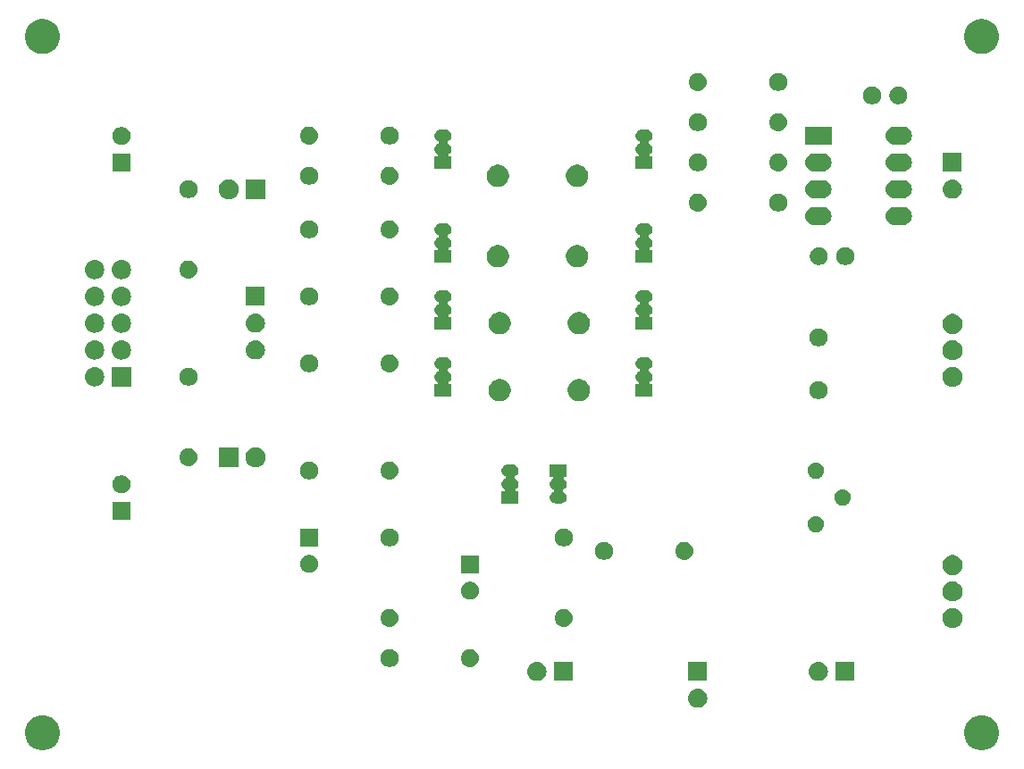
<source format=gts>
G04 #@! TF.GenerationSoftware,KiCad,Pcbnew,(5.1.4)-1*
G04 #@! TF.CreationDate,2020-05-05T08:35:14+09:00*
G04 #@! TF.ProjectId,TLF01_V2,544c4630-315f-4563-922e-6b696361645f,rev?*
G04 #@! TF.SameCoordinates,Original*
G04 #@! TF.FileFunction,Soldermask,Top*
G04 #@! TF.FilePolarity,Negative*
%FSLAX46Y46*%
G04 Gerber Fmt 4.6, Leading zero omitted, Abs format (unit mm)*
G04 Created by KiCad (PCBNEW (5.1.4)-1) date 2020-05-05 08:35:14*
%MOMM*%
%LPD*%
G04 APERTURE LIST*
%ADD10C,0.100000*%
G04 APERTURE END LIST*
D10*
G36*
X192375256Y-127391298D02*
G01*
X192481579Y-127412447D01*
X192782042Y-127536903D01*
X193052451Y-127717585D01*
X193282415Y-127947549D01*
X193463097Y-128217958D01*
X193587553Y-128518421D01*
X193651000Y-128837391D01*
X193651000Y-129162609D01*
X193587553Y-129481579D01*
X193463097Y-129782042D01*
X193282415Y-130052451D01*
X193052451Y-130282415D01*
X192782042Y-130463097D01*
X192481579Y-130587553D01*
X192375256Y-130608702D01*
X192162611Y-130651000D01*
X191837389Y-130651000D01*
X191624744Y-130608702D01*
X191518421Y-130587553D01*
X191217958Y-130463097D01*
X190947549Y-130282415D01*
X190717585Y-130052451D01*
X190536903Y-129782042D01*
X190412447Y-129481579D01*
X190349000Y-129162609D01*
X190349000Y-128837391D01*
X190412447Y-128518421D01*
X190536903Y-128217958D01*
X190717585Y-127947549D01*
X190947549Y-127717585D01*
X191217958Y-127536903D01*
X191518421Y-127412447D01*
X191624744Y-127391298D01*
X191837389Y-127349000D01*
X192162611Y-127349000D01*
X192375256Y-127391298D01*
X192375256Y-127391298D01*
G37*
G36*
X103375256Y-127391298D02*
G01*
X103481579Y-127412447D01*
X103782042Y-127536903D01*
X104052451Y-127717585D01*
X104282415Y-127947549D01*
X104463097Y-128217958D01*
X104587553Y-128518421D01*
X104651000Y-128837391D01*
X104651000Y-129162609D01*
X104587553Y-129481579D01*
X104463097Y-129782042D01*
X104282415Y-130052451D01*
X104052451Y-130282415D01*
X103782042Y-130463097D01*
X103481579Y-130587553D01*
X103375256Y-130608702D01*
X103162611Y-130651000D01*
X102837389Y-130651000D01*
X102624744Y-130608702D01*
X102518421Y-130587553D01*
X102217958Y-130463097D01*
X101947549Y-130282415D01*
X101717585Y-130052451D01*
X101536903Y-129782042D01*
X101412447Y-129481579D01*
X101349000Y-129162609D01*
X101349000Y-128837391D01*
X101412447Y-128518421D01*
X101536903Y-128217958D01*
X101717585Y-127947549D01*
X101947549Y-127717585D01*
X102217958Y-127536903D01*
X102518421Y-127412447D01*
X102624744Y-127391298D01*
X102837389Y-127349000D01*
X103162611Y-127349000D01*
X103375256Y-127391298D01*
X103375256Y-127391298D01*
G37*
G36*
X165210443Y-124835519D02*
G01*
X165276627Y-124842037D01*
X165446466Y-124893557D01*
X165602991Y-124977222D01*
X165638729Y-125006552D01*
X165740186Y-125089814D01*
X165823448Y-125191271D01*
X165852778Y-125227009D01*
X165936443Y-125383534D01*
X165987963Y-125553373D01*
X166005359Y-125730000D01*
X165987963Y-125906627D01*
X165936443Y-126076466D01*
X165852778Y-126232991D01*
X165823448Y-126268729D01*
X165740186Y-126370186D01*
X165638729Y-126453448D01*
X165602991Y-126482778D01*
X165446466Y-126566443D01*
X165276627Y-126617963D01*
X165210442Y-126624482D01*
X165144260Y-126631000D01*
X165055740Y-126631000D01*
X164989558Y-126624482D01*
X164923373Y-126617963D01*
X164753534Y-126566443D01*
X164597009Y-126482778D01*
X164561271Y-126453448D01*
X164459814Y-126370186D01*
X164376552Y-126268729D01*
X164347222Y-126232991D01*
X164263557Y-126076466D01*
X164212037Y-125906627D01*
X164194641Y-125730000D01*
X164212037Y-125553373D01*
X164263557Y-125383534D01*
X164347222Y-125227009D01*
X164376552Y-125191271D01*
X164459814Y-125089814D01*
X164561271Y-125006552D01*
X164597009Y-124977222D01*
X164753534Y-124893557D01*
X164923373Y-124842037D01*
X164989557Y-124835519D01*
X165055740Y-124829000D01*
X165144260Y-124829000D01*
X165210443Y-124835519D01*
X165210443Y-124835519D01*
G37*
G36*
X166001000Y-124091000D02*
G01*
X164199000Y-124091000D01*
X164199000Y-122289000D01*
X166001000Y-122289000D01*
X166001000Y-124091000D01*
X166001000Y-124091000D01*
G37*
G36*
X153301000Y-124091000D02*
G01*
X151499000Y-124091000D01*
X151499000Y-122289000D01*
X153301000Y-122289000D01*
X153301000Y-124091000D01*
X153301000Y-124091000D01*
G37*
G36*
X149970443Y-122295519D02*
G01*
X150036627Y-122302037D01*
X150206466Y-122353557D01*
X150362991Y-122437222D01*
X150393768Y-122462480D01*
X150500186Y-122549814D01*
X150583448Y-122651271D01*
X150612778Y-122687009D01*
X150696443Y-122843534D01*
X150747963Y-123013373D01*
X150765359Y-123190000D01*
X150747963Y-123366627D01*
X150696443Y-123536466D01*
X150612778Y-123692991D01*
X150583448Y-123728729D01*
X150500186Y-123830186D01*
X150398729Y-123913448D01*
X150362991Y-123942778D01*
X150206466Y-124026443D01*
X150036627Y-124077963D01*
X149970442Y-124084482D01*
X149904260Y-124091000D01*
X149815740Y-124091000D01*
X149749558Y-124084482D01*
X149683373Y-124077963D01*
X149513534Y-124026443D01*
X149357009Y-123942778D01*
X149321271Y-123913448D01*
X149219814Y-123830186D01*
X149136552Y-123728729D01*
X149107222Y-123692991D01*
X149023557Y-123536466D01*
X148972037Y-123366627D01*
X148954641Y-123190000D01*
X148972037Y-123013373D01*
X149023557Y-122843534D01*
X149107222Y-122687009D01*
X149136552Y-122651271D01*
X149219814Y-122549814D01*
X149326232Y-122462480D01*
X149357009Y-122437222D01*
X149513534Y-122353557D01*
X149683373Y-122302037D01*
X149749557Y-122295519D01*
X149815740Y-122289000D01*
X149904260Y-122289000D01*
X149970443Y-122295519D01*
X149970443Y-122295519D01*
G37*
G36*
X176640443Y-122295519D02*
G01*
X176706627Y-122302037D01*
X176876466Y-122353557D01*
X177032991Y-122437222D01*
X177063768Y-122462480D01*
X177170186Y-122549814D01*
X177253448Y-122651271D01*
X177282778Y-122687009D01*
X177366443Y-122843534D01*
X177417963Y-123013373D01*
X177435359Y-123190000D01*
X177417963Y-123366627D01*
X177366443Y-123536466D01*
X177282778Y-123692991D01*
X177253448Y-123728729D01*
X177170186Y-123830186D01*
X177068729Y-123913448D01*
X177032991Y-123942778D01*
X176876466Y-124026443D01*
X176706627Y-124077963D01*
X176640442Y-124084482D01*
X176574260Y-124091000D01*
X176485740Y-124091000D01*
X176419558Y-124084482D01*
X176353373Y-124077963D01*
X176183534Y-124026443D01*
X176027009Y-123942778D01*
X175991271Y-123913448D01*
X175889814Y-123830186D01*
X175806552Y-123728729D01*
X175777222Y-123692991D01*
X175693557Y-123536466D01*
X175642037Y-123366627D01*
X175624641Y-123190000D01*
X175642037Y-123013373D01*
X175693557Y-122843534D01*
X175777222Y-122687009D01*
X175806552Y-122651271D01*
X175889814Y-122549814D01*
X175996232Y-122462480D01*
X176027009Y-122437222D01*
X176183534Y-122353557D01*
X176353373Y-122302037D01*
X176419557Y-122295519D01*
X176485740Y-122289000D01*
X176574260Y-122289000D01*
X176640443Y-122295519D01*
X176640443Y-122295519D01*
G37*
G36*
X179971000Y-124091000D02*
G01*
X178169000Y-124091000D01*
X178169000Y-122289000D01*
X179971000Y-122289000D01*
X179971000Y-124091000D01*
X179971000Y-124091000D01*
G37*
G36*
X143676823Y-121081313D02*
G01*
X143837242Y-121129976D01*
X143904361Y-121165852D01*
X143985078Y-121208996D01*
X144114659Y-121315341D01*
X144221004Y-121444922D01*
X144221005Y-121444924D01*
X144300024Y-121592758D01*
X144348687Y-121753177D01*
X144365117Y-121920000D01*
X144348687Y-122086823D01*
X144300024Y-122247242D01*
X144259477Y-122323100D01*
X144221004Y-122395078D01*
X144114659Y-122524659D01*
X143985078Y-122631004D01*
X143985076Y-122631005D01*
X143837242Y-122710024D01*
X143676823Y-122758687D01*
X143551804Y-122771000D01*
X143468196Y-122771000D01*
X143343177Y-122758687D01*
X143182758Y-122710024D01*
X143034924Y-122631005D01*
X143034922Y-122631004D01*
X142905341Y-122524659D01*
X142798996Y-122395078D01*
X142760523Y-122323100D01*
X142719976Y-122247242D01*
X142671313Y-122086823D01*
X142654883Y-121920000D01*
X142671313Y-121753177D01*
X142719976Y-121592758D01*
X142798995Y-121444924D01*
X142798996Y-121444922D01*
X142905341Y-121315341D01*
X143034922Y-121208996D01*
X143115639Y-121165852D01*
X143182758Y-121129976D01*
X143343177Y-121081313D01*
X143468196Y-121069000D01*
X143551804Y-121069000D01*
X143676823Y-121081313D01*
X143676823Y-121081313D01*
G37*
G36*
X136138228Y-121101703D02*
G01*
X136293100Y-121165853D01*
X136432481Y-121258985D01*
X136551015Y-121377519D01*
X136644147Y-121516900D01*
X136708297Y-121671772D01*
X136741000Y-121836184D01*
X136741000Y-122003816D01*
X136708297Y-122168228D01*
X136644147Y-122323100D01*
X136551015Y-122462481D01*
X136432481Y-122581015D01*
X136293100Y-122674147D01*
X136138228Y-122738297D01*
X135973816Y-122771000D01*
X135806184Y-122771000D01*
X135641772Y-122738297D01*
X135486900Y-122674147D01*
X135347519Y-122581015D01*
X135228985Y-122462481D01*
X135135853Y-122323100D01*
X135071703Y-122168228D01*
X135039000Y-122003816D01*
X135039000Y-121836184D01*
X135071703Y-121671772D01*
X135135853Y-121516900D01*
X135228985Y-121377519D01*
X135347519Y-121258985D01*
X135486900Y-121165853D01*
X135641772Y-121101703D01*
X135806184Y-121069000D01*
X135973816Y-121069000D01*
X136138228Y-121101703D01*
X136138228Y-121101703D01*
G37*
G36*
X189507395Y-117195546D02*
G01*
X189680466Y-117267234D01*
X189686572Y-117271314D01*
X189836227Y-117371310D01*
X189968690Y-117503773D01*
X190021081Y-117582182D01*
X190072766Y-117659534D01*
X190144454Y-117832605D01*
X190181000Y-118016333D01*
X190181000Y-118203667D01*
X190144454Y-118387395D01*
X190072766Y-118560466D01*
X190072765Y-118560467D01*
X189968690Y-118716227D01*
X189836227Y-118848690D01*
X189759400Y-118900024D01*
X189680466Y-118952766D01*
X189507395Y-119024454D01*
X189323667Y-119061000D01*
X189136333Y-119061000D01*
X188952605Y-119024454D01*
X188779534Y-118952766D01*
X188700600Y-118900024D01*
X188623773Y-118848690D01*
X188491310Y-118716227D01*
X188387235Y-118560467D01*
X188387234Y-118560466D01*
X188315546Y-118387395D01*
X188279000Y-118203667D01*
X188279000Y-118016333D01*
X188315546Y-117832605D01*
X188387234Y-117659534D01*
X188438919Y-117582182D01*
X188491310Y-117503773D01*
X188623773Y-117371310D01*
X188773428Y-117271314D01*
X188779534Y-117267234D01*
X188952605Y-117195546D01*
X189136333Y-117159000D01*
X189323667Y-117159000D01*
X189507395Y-117195546D01*
X189507395Y-117195546D01*
G37*
G36*
X136056823Y-117271313D02*
G01*
X136217242Y-117319976D01*
X136313279Y-117371309D01*
X136365078Y-117398996D01*
X136494659Y-117505341D01*
X136601004Y-117634922D01*
X136601005Y-117634924D01*
X136680024Y-117782758D01*
X136728687Y-117943177D01*
X136745117Y-118110000D01*
X136728687Y-118276823D01*
X136680024Y-118437242D01*
X136614159Y-118560466D01*
X136601004Y-118585078D01*
X136494659Y-118714659D01*
X136365078Y-118821004D01*
X136365076Y-118821005D01*
X136217242Y-118900024D01*
X136056823Y-118948687D01*
X135931804Y-118961000D01*
X135848196Y-118961000D01*
X135723177Y-118948687D01*
X135562758Y-118900024D01*
X135414924Y-118821005D01*
X135414922Y-118821004D01*
X135285341Y-118714659D01*
X135178996Y-118585078D01*
X135165841Y-118560466D01*
X135099976Y-118437242D01*
X135051313Y-118276823D01*
X135034883Y-118110000D01*
X135051313Y-117943177D01*
X135099976Y-117782758D01*
X135178995Y-117634924D01*
X135178996Y-117634922D01*
X135285341Y-117505341D01*
X135414922Y-117398996D01*
X135466721Y-117371309D01*
X135562758Y-117319976D01*
X135723177Y-117271313D01*
X135848196Y-117259000D01*
X135931804Y-117259000D01*
X136056823Y-117271313D01*
X136056823Y-117271313D01*
G37*
G36*
X152566823Y-117271313D02*
G01*
X152727242Y-117319976D01*
X152823279Y-117371309D01*
X152875078Y-117398996D01*
X153004659Y-117505341D01*
X153111004Y-117634922D01*
X153111005Y-117634924D01*
X153190024Y-117782758D01*
X153238687Y-117943177D01*
X153255117Y-118110000D01*
X153238687Y-118276823D01*
X153190024Y-118437242D01*
X153124159Y-118560466D01*
X153111004Y-118585078D01*
X153004659Y-118714659D01*
X152875078Y-118821004D01*
X152875076Y-118821005D01*
X152727242Y-118900024D01*
X152566823Y-118948687D01*
X152441804Y-118961000D01*
X152358196Y-118961000D01*
X152233177Y-118948687D01*
X152072758Y-118900024D01*
X151924924Y-118821005D01*
X151924922Y-118821004D01*
X151795341Y-118714659D01*
X151688996Y-118585078D01*
X151675841Y-118560466D01*
X151609976Y-118437242D01*
X151561313Y-118276823D01*
X151544883Y-118110000D01*
X151561313Y-117943177D01*
X151609976Y-117782758D01*
X151688995Y-117634924D01*
X151688996Y-117634922D01*
X151795341Y-117505341D01*
X151924922Y-117398996D01*
X151976721Y-117371309D01*
X152072758Y-117319976D01*
X152233177Y-117271313D01*
X152358196Y-117259000D01*
X152441804Y-117259000D01*
X152566823Y-117271313D01*
X152566823Y-117271313D01*
G37*
G36*
X189507395Y-114695546D02*
G01*
X189680466Y-114767234D01*
X189693365Y-114775853D01*
X189836227Y-114871310D01*
X189968690Y-115003773D01*
X189968691Y-115003775D01*
X190072766Y-115159534D01*
X190144454Y-115332605D01*
X190181000Y-115516333D01*
X190181000Y-115703667D01*
X190144454Y-115887395D01*
X190072766Y-116060466D01*
X190072765Y-116060467D01*
X189968690Y-116216227D01*
X189836227Y-116348690D01*
X189787871Y-116381000D01*
X189680466Y-116452766D01*
X189507395Y-116524454D01*
X189323667Y-116561000D01*
X189136333Y-116561000D01*
X188952605Y-116524454D01*
X188779534Y-116452766D01*
X188672129Y-116381000D01*
X188623773Y-116348690D01*
X188491310Y-116216227D01*
X188387235Y-116060467D01*
X188387234Y-116060466D01*
X188315546Y-115887395D01*
X188279000Y-115703667D01*
X188279000Y-115516333D01*
X188315546Y-115332605D01*
X188387234Y-115159534D01*
X188491309Y-115003775D01*
X188491310Y-115003773D01*
X188623773Y-114871310D01*
X188766635Y-114775853D01*
X188779534Y-114767234D01*
X188952605Y-114695546D01*
X189136333Y-114659000D01*
X189323667Y-114659000D01*
X189507395Y-114695546D01*
X189507395Y-114695546D01*
G37*
G36*
X143758228Y-114711703D02*
G01*
X143913100Y-114775853D01*
X144052481Y-114868985D01*
X144171015Y-114987519D01*
X144264147Y-115126900D01*
X144328297Y-115281772D01*
X144361000Y-115446184D01*
X144361000Y-115613816D01*
X144328297Y-115778228D01*
X144264147Y-115933100D01*
X144171015Y-116072481D01*
X144052481Y-116191015D01*
X143913100Y-116284147D01*
X143758228Y-116348297D01*
X143593816Y-116381000D01*
X143426184Y-116381000D01*
X143261772Y-116348297D01*
X143106900Y-116284147D01*
X142967519Y-116191015D01*
X142848985Y-116072481D01*
X142755853Y-115933100D01*
X142691703Y-115778228D01*
X142659000Y-115613816D01*
X142659000Y-115446184D01*
X142691703Y-115281772D01*
X142755853Y-115126900D01*
X142848985Y-114987519D01*
X142967519Y-114868985D01*
X143106900Y-114775853D01*
X143261772Y-114711703D01*
X143426184Y-114679000D01*
X143593816Y-114679000D01*
X143758228Y-114711703D01*
X143758228Y-114711703D01*
G37*
G36*
X189507395Y-112195546D02*
G01*
X189680466Y-112267234D01*
X189680467Y-112267235D01*
X189836227Y-112371310D01*
X189968690Y-112503773D01*
X189975622Y-112514148D01*
X190072766Y-112659534D01*
X190144454Y-112832605D01*
X190181000Y-113016333D01*
X190181000Y-113203667D01*
X190144454Y-113387395D01*
X190072766Y-113560466D01*
X190072765Y-113560467D01*
X189968690Y-113716227D01*
X189836227Y-113848690D01*
X189787871Y-113881000D01*
X189680466Y-113952766D01*
X189507395Y-114024454D01*
X189323667Y-114061000D01*
X189136333Y-114061000D01*
X188952605Y-114024454D01*
X188779534Y-113952766D01*
X188672129Y-113881000D01*
X188623773Y-113848690D01*
X188491310Y-113716227D01*
X188387235Y-113560467D01*
X188387234Y-113560466D01*
X188315546Y-113387395D01*
X188279000Y-113203667D01*
X188279000Y-113016333D01*
X188315546Y-112832605D01*
X188387234Y-112659534D01*
X188484378Y-112514148D01*
X188491310Y-112503773D01*
X188623773Y-112371310D01*
X188779533Y-112267235D01*
X188779534Y-112267234D01*
X188952605Y-112195546D01*
X189136333Y-112159000D01*
X189323667Y-112159000D01*
X189507395Y-112195546D01*
X189507395Y-112195546D01*
G37*
G36*
X144361000Y-113881000D02*
G01*
X142659000Y-113881000D01*
X142659000Y-112179000D01*
X144361000Y-112179000D01*
X144361000Y-113881000D01*
X144361000Y-113881000D01*
G37*
G36*
X128518228Y-112171703D02*
G01*
X128673100Y-112235853D01*
X128812481Y-112328985D01*
X128931015Y-112447519D01*
X129024147Y-112586900D01*
X129088297Y-112741772D01*
X129121000Y-112906184D01*
X129121000Y-113073816D01*
X129088297Y-113238228D01*
X129024147Y-113393100D01*
X128931015Y-113532481D01*
X128812481Y-113651015D01*
X128673100Y-113744147D01*
X128518228Y-113808297D01*
X128353816Y-113841000D01*
X128186184Y-113841000D01*
X128021772Y-113808297D01*
X127866900Y-113744147D01*
X127727519Y-113651015D01*
X127608985Y-113532481D01*
X127515853Y-113393100D01*
X127451703Y-113238228D01*
X127419000Y-113073816D01*
X127419000Y-112906184D01*
X127451703Y-112741772D01*
X127515853Y-112586900D01*
X127608985Y-112447519D01*
X127727519Y-112328985D01*
X127866900Y-112235853D01*
X128021772Y-112171703D01*
X128186184Y-112139000D01*
X128353816Y-112139000D01*
X128518228Y-112171703D01*
X128518228Y-112171703D01*
G37*
G36*
X156458228Y-110941703D02*
G01*
X156613100Y-111005853D01*
X156752481Y-111098985D01*
X156871015Y-111217519D01*
X156964147Y-111356900D01*
X157028297Y-111511772D01*
X157061000Y-111676184D01*
X157061000Y-111843816D01*
X157028297Y-112008228D01*
X156964147Y-112163100D01*
X156871015Y-112302481D01*
X156752481Y-112421015D01*
X156613100Y-112514147D01*
X156458228Y-112578297D01*
X156293816Y-112611000D01*
X156126184Y-112611000D01*
X155961772Y-112578297D01*
X155806900Y-112514147D01*
X155667519Y-112421015D01*
X155548985Y-112302481D01*
X155455853Y-112163100D01*
X155391703Y-112008228D01*
X155359000Y-111843816D01*
X155359000Y-111676184D01*
X155391703Y-111511772D01*
X155455853Y-111356900D01*
X155548985Y-111217519D01*
X155667519Y-111098985D01*
X155806900Y-111005853D01*
X155961772Y-110941703D01*
X156126184Y-110909000D01*
X156293816Y-110909000D01*
X156458228Y-110941703D01*
X156458228Y-110941703D01*
G37*
G36*
X163996823Y-110921313D02*
G01*
X164157242Y-110969976D01*
X164289906Y-111040886D01*
X164305078Y-111048996D01*
X164434659Y-111155341D01*
X164541004Y-111284922D01*
X164541005Y-111284924D01*
X164620024Y-111432758D01*
X164668687Y-111593177D01*
X164685117Y-111760000D01*
X164668687Y-111926823D01*
X164620024Y-112087242D01*
X164570978Y-112179000D01*
X164541004Y-112235078D01*
X164434659Y-112364659D01*
X164305078Y-112471004D01*
X164305076Y-112471005D01*
X164157242Y-112550024D01*
X163996823Y-112598687D01*
X163871804Y-112611000D01*
X163788196Y-112611000D01*
X163663177Y-112598687D01*
X163502758Y-112550024D01*
X163354924Y-112471005D01*
X163354922Y-112471004D01*
X163225341Y-112364659D01*
X163118996Y-112235078D01*
X163089022Y-112179000D01*
X163039976Y-112087242D01*
X162991313Y-111926823D01*
X162974883Y-111760000D01*
X162991313Y-111593177D01*
X163039976Y-111432758D01*
X163118995Y-111284924D01*
X163118996Y-111284922D01*
X163225341Y-111155341D01*
X163354922Y-111048996D01*
X163370094Y-111040886D01*
X163502758Y-110969976D01*
X163663177Y-110921313D01*
X163788196Y-110909000D01*
X163871804Y-110909000D01*
X163996823Y-110921313D01*
X163996823Y-110921313D01*
G37*
G36*
X129121000Y-111341000D02*
G01*
X127419000Y-111341000D01*
X127419000Y-109639000D01*
X129121000Y-109639000D01*
X129121000Y-111341000D01*
X129121000Y-111341000D01*
G37*
G36*
X152648228Y-109671703D02*
G01*
X152803100Y-109735853D01*
X152942481Y-109828985D01*
X153061015Y-109947519D01*
X153154147Y-110086900D01*
X153218297Y-110241772D01*
X153251000Y-110406184D01*
X153251000Y-110573816D01*
X153218297Y-110738228D01*
X153154147Y-110893100D01*
X153061015Y-111032481D01*
X152942481Y-111151015D01*
X152803100Y-111244147D01*
X152648228Y-111308297D01*
X152483816Y-111341000D01*
X152316184Y-111341000D01*
X152151772Y-111308297D01*
X151996900Y-111244147D01*
X151857519Y-111151015D01*
X151738985Y-111032481D01*
X151645853Y-110893100D01*
X151581703Y-110738228D01*
X151549000Y-110573816D01*
X151549000Y-110406184D01*
X151581703Y-110241772D01*
X151645853Y-110086900D01*
X151738985Y-109947519D01*
X151857519Y-109828985D01*
X151996900Y-109735853D01*
X152151772Y-109671703D01*
X152316184Y-109639000D01*
X152483816Y-109639000D01*
X152648228Y-109671703D01*
X152648228Y-109671703D01*
G37*
G36*
X136138228Y-109671703D02*
G01*
X136293100Y-109735853D01*
X136432481Y-109828985D01*
X136551015Y-109947519D01*
X136644147Y-110086900D01*
X136708297Y-110241772D01*
X136741000Y-110406184D01*
X136741000Y-110573816D01*
X136708297Y-110738228D01*
X136644147Y-110893100D01*
X136551015Y-111032481D01*
X136432481Y-111151015D01*
X136293100Y-111244147D01*
X136138228Y-111308297D01*
X135973816Y-111341000D01*
X135806184Y-111341000D01*
X135641772Y-111308297D01*
X135486900Y-111244147D01*
X135347519Y-111151015D01*
X135228985Y-111032481D01*
X135135853Y-110893100D01*
X135071703Y-110738228D01*
X135039000Y-110573816D01*
X135039000Y-110406184D01*
X135071703Y-110241772D01*
X135135853Y-110086900D01*
X135228985Y-109947519D01*
X135347519Y-109828985D01*
X135486900Y-109735853D01*
X135641772Y-109671703D01*
X135806184Y-109639000D01*
X135973816Y-109639000D01*
X136138228Y-109671703D01*
X136138228Y-109671703D01*
G37*
G36*
X176401589Y-108458876D02*
G01*
X176500893Y-108478629D01*
X176641206Y-108536748D01*
X176767484Y-108621125D01*
X176874875Y-108728516D01*
X176959252Y-108854794D01*
X177017371Y-108995107D01*
X177047000Y-109144063D01*
X177047000Y-109295937D01*
X177017371Y-109444893D01*
X176959252Y-109585206D01*
X176874875Y-109711484D01*
X176767484Y-109818875D01*
X176641206Y-109903252D01*
X176500893Y-109961371D01*
X176401589Y-109981124D01*
X176351938Y-109991000D01*
X176200062Y-109991000D01*
X176150411Y-109981124D01*
X176051107Y-109961371D01*
X175910794Y-109903252D01*
X175784516Y-109818875D01*
X175677125Y-109711484D01*
X175592748Y-109585206D01*
X175534629Y-109444893D01*
X175505000Y-109295937D01*
X175505000Y-109144063D01*
X175534629Y-108995107D01*
X175592748Y-108854794D01*
X175677125Y-108728516D01*
X175784516Y-108621125D01*
X175910794Y-108536748D01*
X176051107Y-108478629D01*
X176150411Y-108458876D01*
X176200062Y-108449000D01*
X176351938Y-108449000D01*
X176401589Y-108458876D01*
X176401589Y-108458876D01*
G37*
G36*
X111341000Y-108801000D02*
G01*
X109639000Y-108801000D01*
X109639000Y-107099000D01*
X111341000Y-107099000D01*
X111341000Y-108801000D01*
X111341000Y-108801000D01*
G37*
G36*
X178941589Y-105918876D02*
G01*
X179040893Y-105938629D01*
X179181206Y-105996748D01*
X179307484Y-106081125D01*
X179414875Y-106188516D01*
X179499252Y-106314794D01*
X179557371Y-106455107D01*
X179557371Y-106455109D01*
X179587000Y-106604062D01*
X179587000Y-106755938D01*
X179577124Y-106805589D01*
X179557371Y-106904893D01*
X179499252Y-107045206D01*
X179414875Y-107171484D01*
X179307484Y-107278875D01*
X179181206Y-107363252D01*
X179040893Y-107421371D01*
X178941589Y-107441124D01*
X178891938Y-107451000D01*
X178740062Y-107451000D01*
X178690411Y-107441124D01*
X178591107Y-107421371D01*
X178450794Y-107363252D01*
X178324516Y-107278875D01*
X178217125Y-107171484D01*
X178132748Y-107045206D01*
X178074629Y-106904893D01*
X178054876Y-106805589D01*
X178045000Y-106755938D01*
X178045000Y-106604062D01*
X178074629Y-106455109D01*
X178074629Y-106455107D01*
X178132748Y-106314794D01*
X178217125Y-106188516D01*
X178324516Y-106081125D01*
X178450794Y-105996748D01*
X178591107Y-105938629D01*
X178690411Y-105918876D01*
X178740062Y-105909000D01*
X178891938Y-105909000D01*
X178941589Y-105918876D01*
X178941589Y-105918876D01*
G37*
G36*
X147657916Y-103572334D02*
G01*
X147766492Y-103605271D01*
X147766495Y-103605272D01*
X147802601Y-103624571D01*
X147866557Y-103658756D01*
X147954264Y-103730736D01*
X148026244Y-103818443D01*
X148060429Y-103882399D01*
X148079728Y-103918505D01*
X148079729Y-103918508D01*
X148112666Y-104027084D01*
X148123787Y-104140000D01*
X148112666Y-104252916D01*
X148096312Y-104306825D01*
X148079728Y-104361495D01*
X148065439Y-104388228D01*
X148026244Y-104461557D01*
X147954264Y-104549264D01*
X147866557Y-104621244D01*
X147785141Y-104664761D01*
X147764766Y-104678375D01*
X147747439Y-104695702D01*
X147733826Y-104716076D01*
X147724448Y-104738715D01*
X147719668Y-104762748D01*
X147719668Y-104787252D01*
X147724448Y-104811285D01*
X147733826Y-104833924D01*
X147747440Y-104854299D01*
X147764767Y-104871626D01*
X147785141Y-104885239D01*
X147866557Y-104928756D01*
X147954264Y-105000736D01*
X148026244Y-105088443D01*
X148060429Y-105152399D01*
X148079728Y-105188505D01*
X148079729Y-105188508D01*
X148112666Y-105297084D01*
X148123787Y-105410000D01*
X148112666Y-105522916D01*
X148079729Y-105631492D01*
X148079728Y-105631495D01*
X148060429Y-105667601D01*
X148026244Y-105731557D01*
X147954264Y-105819264D01*
X147877354Y-105882383D01*
X147860035Y-105899702D01*
X147846421Y-105920077D01*
X147837043Y-105942716D01*
X147832263Y-105966749D01*
X147832263Y-105991253D01*
X147837043Y-106015286D01*
X147846421Y-106037925D01*
X147860034Y-106058299D01*
X147877361Y-106075626D01*
X147897736Y-106089240D01*
X147920375Y-106098618D01*
X147944408Y-106103398D01*
X147956660Y-106104000D01*
X148121000Y-106104000D01*
X148121000Y-107256000D01*
X146519000Y-107256000D01*
X146519000Y-106104000D01*
X146683340Y-106104000D01*
X146707726Y-106101598D01*
X146731175Y-106094485D01*
X146752786Y-106082934D01*
X146771728Y-106067389D01*
X146787273Y-106048447D01*
X146798824Y-106026836D01*
X146805937Y-106003387D01*
X146808339Y-105979001D01*
X146805937Y-105954615D01*
X146798824Y-105931166D01*
X146787273Y-105909555D01*
X146771728Y-105890613D01*
X146762655Y-105882391D01*
X146685736Y-105819264D01*
X146613756Y-105731557D01*
X146579571Y-105667601D01*
X146560272Y-105631495D01*
X146560271Y-105631492D01*
X146527334Y-105522916D01*
X146516213Y-105410000D01*
X146527334Y-105297084D01*
X146560271Y-105188508D01*
X146560272Y-105188505D01*
X146579571Y-105152399D01*
X146613756Y-105088443D01*
X146685736Y-105000736D01*
X146773443Y-104928756D01*
X146854859Y-104885239D01*
X146875234Y-104871625D01*
X146892561Y-104854298D01*
X146906174Y-104833924D01*
X146915552Y-104811285D01*
X146920332Y-104787252D01*
X146920332Y-104762748D01*
X146915552Y-104738715D01*
X146906174Y-104716076D01*
X146892560Y-104695701D01*
X146875233Y-104678374D01*
X146854859Y-104664761D01*
X146773443Y-104621244D01*
X146685736Y-104549264D01*
X146613756Y-104461557D01*
X146574561Y-104388228D01*
X146560272Y-104361495D01*
X146543688Y-104306825D01*
X146527334Y-104252916D01*
X146516213Y-104140000D01*
X146527334Y-104027084D01*
X146560271Y-103918508D01*
X146560272Y-103918505D01*
X146579571Y-103882399D01*
X146613756Y-103818443D01*
X146685736Y-103730736D01*
X146773443Y-103658756D01*
X146837399Y-103624571D01*
X146873505Y-103605272D01*
X146873508Y-103605271D01*
X146982084Y-103572334D01*
X147066702Y-103564000D01*
X147573298Y-103564000D01*
X147657916Y-103572334D01*
X147657916Y-103572334D01*
G37*
G36*
X152693000Y-104716000D02*
G01*
X152528660Y-104716000D01*
X152504274Y-104718402D01*
X152480825Y-104725515D01*
X152459214Y-104737066D01*
X152440272Y-104752611D01*
X152424727Y-104771553D01*
X152413176Y-104793164D01*
X152406063Y-104816613D01*
X152403661Y-104840999D01*
X152406063Y-104865385D01*
X152413176Y-104888834D01*
X152424727Y-104910445D01*
X152440272Y-104929387D01*
X152449345Y-104937609D01*
X152526264Y-105000736D01*
X152598244Y-105088443D01*
X152632429Y-105152399D01*
X152651728Y-105188505D01*
X152651729Y-105188508D01*
X152684666Y-105297084D01*
X152695787Y-105410000D01*
X152684666Y-105522916D01*
X152651729Y-105631492D01*
X152651728Y-105631495D01*
X152632429Y-105667601D01*
X152598244Y-105731557D01*
X152526264Y-105819264D01*
X152438557Y-105891244D01*
X152384613Y-105920077D01*
X152357141Y-105934761D01*
X152336766Y-105948375D01*
X152319439Y-105965702D01*
X152305826Y-105986076D01*
X152296448Y-106008715D01*
X152291668Y-106032748D01*
X152291668Y-106057252D01*
X152296448Y-106081285D01*
X152305826Y-106103924D01*
X152319440Y-106124299D01*
X152336767Y-106141626D01*
X152357141Y-106155239D01*
X152438557Y-106198756D01*
X152526264Y-106270736D01*
X152598244Y-106358443D01*
X152632429Y-106422399D01*
X152651728Y-106458505D01*
X152651729Y-106458508D01*
X152684666Y-106567084D01*
X152695787Y-106680000D01*
X152684666Y-106792916D01*
X152651729Y-106901492D01*
X152651728Y-106901495D01*
X152632429Y-106937601D01*
X152598244Y-107001557D01*
X152526264Y-107089264D01*
X152438557Y-107161244D01*
X152374601Y-107195429D01*
X152338495Y-107214728D01*
X152338492Y-107214729D01*
X152229916Y-107247666D01*
X152145298Y-107256000D01*
X151638702Y-107256000D01*
X151554084Y-107247666D01*
X151445508Y-107214729D01*
X151445505Y-107214728D01*
X151409399Y-107195429D01*
X151345443Y-107161244D01*
X151257736Y-107089264D01*
X151185756Y-107001557D01*
X151151571Y-106937601D01*
X151132272Y-106901495D01*
X151132271Y-106901492D01*
X151099334Y-106792916D01*
X151088213Y-106680000D01*
X151099334Y-106567084D01*
X151132271Y-106458508D01*
X151132272Y-106458505D01*
X151151571Y-106422399D01*
X151185756Y-106358443D01*
X151257736Y-106270736D01*
X151345443Y-106198756D01*
X151426859Y-106155239D01*
X151447234Y-106141625D01*
X151464561Y-106124298D01*
X151478174Y-106103924D01*
X151487552Y-106081285D01*
X151492332Y-106057252D01*
X151492332Y-106032748D01*
X151487552Y-106008715D01*
X151478174Y-105986076D01*
X151464560Y-105965701D01*
X151447233Y-105948374D01*
X151426859Y-105934761D01*
X151399387Y-105920077D01*
X151345443Y-105891244D01*
X151257736Y-105819264D01*
X151185756Y-105731557D01*
X151151571Y-105667601D01*
X151132272Y-105631495D01*
X151132271Y-105631492D01*
X151099334Y-105522916D01*
X151088213Y-105410000D01*
X151099334Y-105297084D01*
X151132271Y-105188508D01*
X151132272Y-105188505D01*
X151151571Y-105152399D01*
X151185756Y-105088443D01*
X151257736Y-105000736D01*
X151334646Y-104937617D01*
X151351965Y-104920298D01*
X151365579Y-104899923D01*
X151374957Y-104877284D01*
X151379737Y-104853251D01*
X151379737Y-104828747D01*
X151374957Y-104804714D01*
X151365579Y-104782075D01*
X151351966Y-104761701D01*
X151334639Y-104744374D01*
X151314264Y-104730760D01*
X151291625Y-104721382D01*
X151267592Y-104716602D01*
X151255340Y-104716000D01*
X151091000Y-104716000D01*
X151091000Y-103564000D01*
X152693000Y-103564000D01*
X152693000Y-104716000D01*
X152693000Y-104716000D01*
G37*
G36*
X110738228Y-104631703D02*
G01*
X110893100Y-104695853D01*
X111032481Y-104788985D01*
X111151015Y-104907519D01*
X111244147Y-105046900D01*
X111308297Y-105201772D01*
X111341000Y-105366184D01*
X111341000Y-105533816D01*
X111308297Y-105698228D01*
X111244147Y-105853100D01*
X111151015Y-105992481D01*
X111032481Y-106111015D01*
X110893100Y-106204147D01*
X110738228Y-106268297D01*
X110573816Y-106301000D01*
X110406184Y-106301000D01*
X110241772Y-106268297D01*
X110086900Y-106204147D01*
X109947519Y-106111015D01*
X109828985Y-105992481D01*
X109735853Y-105853100D01*
X109671703Y-105698228D01*
X109639000Y-105533816D01*
X109639000Y-105366184D01*
X109671703Y-105201772D01*
X109735853Y-105046900D01*
X109828985Y-104907519D01*
X109947519Y-104788985D01*
X110086900Y-104695853D01*
X110241772Y-104631703D01*
X110406184Y-104599000D01*
X110573816Y-104599000D01*
X110738228Y-104631703D01*
X110738228Y-104631703D01*
G37*
G36*
X136056823Y-103301313D02*
G01*
X136217242Y-103349976D01*
X136252833Y-103369000D01*
X136365078Y-103428996D01*
X136494659Y-103535341D01*
X136601004Y-103664922D01*
X136601005Y-103664924D01*
X136680024Y-103812758D01*
X136728687Y-103973177D01*
X136745117Y-104140000D01*
X136728687Y-104306823D01*
X136680024Y-104467242D01*
X136639477Y-104543100D01*
X136601004Y-104615078D01*
X136494659Y-104744659D01*
X136365078Y-104851004D01*
X136365076Y-104851005D01*
X136217242Y-104930024D01*
X136056823Y-104978687D01*
X135931804Y-104991000D01*
X135848196Y-104991000D01*
X135723177Y-104978687D01*
X135562758Y-104930024D01*
X135414924Y-104851005D01*
X135414922Y-104851004D01*
X135285341Y-104744659D01*
X135178996Y-104615078D01*
X135140523Y-104543100D01*
X135099976Y-104467242D01*
X135051313Y-104306823D01*
X135034883Y-104140000D01*
X135051313Y-103973177D01*
X135099976Y-103812758D01*
X135178995Y-103664924D01*
X135178996Y-103664922D01*
X135285341Y-103535341D01*
X135414922Y-103428996D01*
X135527167Y-103369000D01*
X135562758Y-103349976D01*
X135723177Y-103301313D01*
X135848196Y-103289000D01*
X135931804Y-103289000D01*
X136056823Y-103301313D01*
X136056823Y-103301313D01*
G37*
G36*
X128518228Y-103321703D02*
G01*
X128673100Y-103385853D01*
X128812481Y-103478985D01*
X128931015Y-103597519D01*
X129024147Y-103736900D01*
X129088297Y-103891772D01*
X129121000Y-104056184D01*
X129121000Y-104223816D01*
X129088297Y-104388228D01*
X129024147Y-104543100D01*
X128931015Y-104682481D01*
X128812481Y-104801015D01*
X128673100Y-104894147D01*
X128518228Y-104958297D01*
X128353816Y-104991000D01*
X128186184Y-104991000D01*
X128021772Y-104958297D01*
X127866900Y-104894147D01*
X127727519Y-104801015D01*
X127608985Y-104682481D01*
X127515853Y-104543100D01*
X127451703Y-104388228D01*
X127419000Y-104223816D01*
X127419000Y-104056184D01*
X127451703Y-103891772D01*
X127515853Y-103736900D01*
X127608985Y-103597519D01*
X127727519Y-103478985D01*
X127866900Y-103385853D01*
X128021772Y-103321703D01*
X128186184Y-103289000D01*
X128353816Y-103289000D01*
X128518228Y-103321703D01*
X128518228Y-103321703D01*
G37*
G36*
X176401589Y-103378876D02*
G01*
X176500893Y-103398629D01*
X176641206Y-103456748D01*
X176767484Y-103541125D01*
X176874875Y-103648516D01*
X176959252Y-103774794D01*
X177017371Y-103915107D01*
X177017371Y-103915109D01*
X177047000Y-104064062D01*
X177047000Y-104215938D01*
X177037124Y-104265589D01*
X177017371Y-104364893D01*
X176959252Y-104505206D01*
X176874875Y-104631484D01*
X176767484Y-104738875D01*
X176641206Y-104823252D01*
X176500893Y-104881371D01*
X176436663Y-104894147D01*
X176351938Y-104911000D01*
X176200062Y-104911000D01*
X176115337Y-104894147D01*
X176051107Y-104881371D01*
X175910794Y-104823252D01*
X175784516Y-104738875D01*
X175677125Y-104631484D01*
X175592748Y-104505206D01*
X175534629Y-104364893D01*
X175514876Y-104265589D01*
X175505000Y-104215938D01*
X175505000Y-104064062D01*
X175534629Y-103915109D01*
X175534629Y-103915107D01*
X175592748Y-103774794D01*
X175677125Y-103648516D01*
X175784516Y-103541125D01*
X175910794Y-103456748D01*
X176051107Y-103398629D01*
X176150411Y-103378876D01*
X176200062Y-103369000D01*
X176351938Y-103369000D01*
X176401589Y-103378876D01*
X176401589Y-103378876D01*
G37*
G36*
X123467395Y-101955546D02*
G01*
X123640466Y-102027234D01*
X123646572Y-102031314D01*
X123796227Y-102131310D01*
X123928690Y-102263773D01*
X123981081Y-102342182D01*
X124032766Y-102419534D01*
X124104454Y-102592605D01*
X124141000Y-102776333D01*
X124141000Y-102963667D01*
X124104454Y-103147395D01*
X124032766Y-103320466D01*
X123989076Y-103385852D01*
X123928690Y-103476227D01*
X123796227Y-103608690D01*
X123736623Y-103648516D01*
X123640466Y-103712766D01*
X123467395Y-103784454D01*
X123283667Y-103821000D01*
X123096333Y-103821000D01*
X122912605Y-103784454D01*
X122739534Y-103712766D01*
X122643377Y-103648516D01*
X122583773Y-103608690D01*
X122451310Y-103476227D01*
X122390924Y-103385852D01*
X122347234Y-103320466D01*
X122275546Y-103147395D01*
X122239000Y-102963667D01*
X122239000Y-102776333D01*
X122275546Y-102592605D01*
X122347234Y-102419534D01*
X122398919Y-102342182D01*
X122451310Y-102263773D01*
X122583773Y-102131310D01*
X122733428Y-102031314D01*
X122739534Y-102027234D01*
X122912605Y-101955546D01*
X123096333Y-101919000D01*
X123283667Y-101919000D01*
X123467395Y-101955546D01*
X123467395Y-101955546D01*
G37*
G36*
X121601000Y-103821000D02*
G01*
X119699000Y-103821000D01*
X119699000Y-101919000D01*
X121601000Y-101919000D01*
X121601000Y-103821000D01*
X121601000Y-103821000D01*
G37*
G36*
X117006823Y-102031313D02*
G01*
X117167242Y-102079976D01*
X117263279Y-102131309D01*
X117315078Y-102158996D01*
X117444659Y-102265341D01*
X117551004Y-102394922D01*
X117551005Y-102394924D01*
X117630024Y-102542758D01*
X117678687Y-102703177D01*
X117695117Y-102870000D01*
X117678687Y-103036823D01*
X117630024Y-103197242D01*
X117580978Y-103289000D01*
X117551004Y-103345078D01*
X117444659Y-103474659D01*
X117315078Y-103581004D01*
X117315076Y-103581005D01*
X117167242Y-103660024D01*
X117006823Y-103708687D01*
X116881804Y-103721000D01*
X116798196Y-103721000D01*
X116673177Y-103708687D01*
X116512758Y-103660024D01*
X116364924Y-103581005D01*
X116364922Y-103581004D01*
X116235341Y-103474659D01*
X116128996Y-103345078D01*
X116099022Y-103289000D01*
X116049976Y-103197242D01*
X116001313Y-103036823D01*
X115984883Y-102870000D01*
X116001313Y-102703177D01*
X116049976Y-102542758D01*
X116128995Y-102394924D01*
X116128996Y-102394922D01*
X116235341Y-102265341D01*
X116364922Y-102158996D01*
X116416721Y-102131309D01*
X116512758Y-102079976D01*
X116673177Y-102031313D01*
X116798196Y-102019000D01*
X116881804Y-102019000D01*
X117006823Y-102031313D01*
X117006823Y-102031313D01*
G37*
G36*
X146646564Y-95509389D02*
G01*
X146796646Y-95571555D01*
X146837835Y-95588616D01*
X147009973Y-95703635D01*
X147156365Y-95850027D01*
X147266023Y-96014141D01*
X147271385Y-96022167D01*
X147350611Y-96213436D01*
X147391000Y-96416484D01*
X147391000Y-96623516D01*
X147350611Y-96826564D01*
X147271385Y-97017833D01*
X147271384Y-97017835D01*
X147156365Y-97189973D01*
X147009973Y-97336365D01*
X146837835Y-97451384D01*
X146837834Y-97451385D01*
X146837833Y-97451385D01*
X146646564Y-97530611D01*
X146443516Y-97571000D01*
X146236484Y-97571000D01*
X146033436Y-97530611D01*
X145842167Y-97451385D01*
X145842166Y-97451385D01*
X145842165Y-97451384D01*
X145670027Y-97336365D01*
X145523635Y-97189973D01*
X145408616Y-97017835D01*
X145408615Y-97017833D01*
X145329389Y-96826564D01*
X145289000Y-96623516D01*
X145289000Y-96416484D01*
X145329389Y-96213436D01*
X145408615Y-96022167D01*
X145413978Y-96014141D01*
X145523635Y-95850027D01*
X145670027Y-95703635D01*
X145842165Y-95588616D01*
X145883354Y-95571555D01*
X146033436Y-95509389D01*
X146236484Y-95469000D01*
X146443516Y-95469000D01*
X146646564Y-95509389D01*
X146646564Y-95509389D01*
G37*
G36*
X154146564Y-95509389D02*
G01*
X154296646Y-95571555D01*
X154337835Y-95588616D01*
X154509973Y-95703635D01*
X154656365Y-95850027D01*
X154766023Y-96014141D01*
X154771385Y-96022167D01*
X154850611Y-96213436D01*
X154891000Y-96416484D01*
X154891000Y-96623516D01*
X154850611Y-96826564D01*
X154771385Y-97017833D01*
X154771384Y-97017835D01*
X154656365Y-97189973D01*
X154509973Y-97336365D01*
X154337835Y-97451384D01*
X154337834Y-97451385D01*
X154337833Y-97451385D01*
X154146564Y-97530611D01*
X153943516Y-97571000D01*
X153736484Y-97571000D01*
X153533436Y-97530611D01*
X153342167Y-97451385D01*
X153342166Y-97451385D01*
X153342165Y-97451384D01*
X153170027Y-97336365D01*
X153023635Y-97189973D01*
X152908616Y-97017835D01*
X152908615Y-97017833D01*
X152829389Y-96826564D01*
X152789000Y-96623516D01*
X152789000Y-96416484D01*
X152829389Y-96213436D01*
X152908615Y-96022167D01*
X152913978Y-96014141D01*
X153023635Y-95850027D01*
X153170027Y-95703635D01*
X153342165Y-95588616D01*
X153383354Y-95571555D01*
X153533436Y-95509389D01*
X153736484Y-95469000D01*
X153943516Y-95469000D01*
X154146564Y-95509389D01*
X154146564Y-95509389D01*
G37*
G36*
X176778228Y-95701703D02*
G01*
X176933100Y-95765853D01*
X177072481Y-95858985D01*
X177191015Y-95977519D01*
X177284147Y-96116900D01*
X177348297Y-96271772D01*
X177381000Y-96436184D01*
X177381000Y-96603816D01*
X177348297Y-96768228D01*
X177284147Y-96923100D01*
X177191015Y-97062481D01*
X177072481Y-97181015D01*
X176933100Y-97274147D01*
X176778228Y-97338297D01*
X176613816Y-97371000D01*
X176446184Y-97371000D01*
X176281772Y-97338297D01*
X176126900Y-97274147D01*
X175987519Y-97181015D01*
X175868985Y-97062481D01*
X175775853Y-96923100D01*
X175711703Y-96768228D01*
X175679000Y-96603816D01*
X175679000Y-96436184D01*
X175711703Y-96271772D01*
X175775853Y-96116900D01*
X175868985Y-95977519D01*
X175987519Y-95858985D01*
X176126900Y-95765853D01*
X176281772Y-95701703D01*
X176446184Y-95669000D01*
X176613816Y-95669000D01*
X176778228Y-95701703D01*
X176778228Y-95701703D01*
G37*
G36*
X141307916Y-93412334D02*
G01*
X141416492Y-93445271D01*
X141416495Y-93445272D01*
X141449246Y-93462778D01*
X141516557Y-93498756D01*
X141604264Y-93570736D01*
X141676244Y-93658443D01*
X141710429Y-93722399D01*
X141729728Y-93758505D01*
X141729729Y-93758508D01*
X141762666Y-93867084D01*
X141773787Y-93980000D01*
X141762666Y-94092916D01*
X141746312Y-94146825D01*
X141729728Y-94201495D01*
X141715439Y-94228228D01*
X141676244Y-94301557D01*
X141604264Y-94389264D01*
X141516557Y-94461244D01*
X141451807Y-94495853D01*
X141435141Y-94504761D01*
X141414766Y-94518375D01*
X141397439Y-94535702D01*
X141383826Y-94556076D01*
X141374448Y-94578715D01*
X141369668Y-94602748D01*
X141369668Y-94627252D01*
X141374448Y-94651285D01*
X141383826Y-94673924D01*
X141397440Y-94694299D01*
X141414767Y-94711626D01*
X141435141Y-94725239D01*
X141516557Y-94768756D01*
X141604264Y-94840736D01*
X141676244Y-94928443D01*
X141710429Y-94992399D01*
X141729728Y-95028505D01*
X141729729Y-95028508D01*
X141762666Y-95137084D01*
X141773787Y-95250000D01*
X141762666Y-95362916D01*
X141730485Y-95469000D01*
X141729728Y-95471495D01*
X141715439Y-95498228D01*
X141676244Y-95571557D01*
X141604264Y-95659264D01*
X141527354Y-95722383D01*
X141510035Y-95739702D01*
X141496421Y-95760077D01*
X141487043Y-95782716D01*
X141482263Y-95806749D01*
X141482263Y-95831253D01*
X141487043Y-95855286D01*
X141496421Y-95877925D01*
X141510034Y-95898299D01*
X141527361Y-95915626D01*
X141547736Y-95929240D01*
X141570375Y-95938618D01*
X141594408Y-95943398D01*
X141606660Y-95944000D01*
X141771000Y-95944000D01*
X141771000Y-97096000D01*
X140169000Y-97096000D01*
X140169000Y-95944000D01*
X140333340Y-95944000D01*
X140357726Y-95941598D01*
X140381175Y-95934485D01*
X140402786Y-95922934D01*
X140421728Y-95907389D01*
X140437273Y-95888447D01*
X140448824Y-95866836D01*
X140455937Y-95843387D01*
X140458339Y-95819001D01*
X140455937Y-95794615D01*
X140448824Y-95771166D01*
X140437273Y-95749555D01*
X140421728Y-95730613D01*
X140412655Y-95722391D01*
X140335736Y-95659264D01*
X140263756Y-95571557D01*
X140224561Y-95498228D01*
X140210272Y-95471495D01*
X140209515Y-95469000D01*
X140177334Y-95362916D01*
X140166213Y-95250000D01*
X140177334Y-95137084D01*
X140210271Y-95028508D01*
X140210272Y-95028505D01*
X140229571Y-94992399D01*
X140263756Y-94928443D01*
X140335736Y-94840736D01*
X140423443Y-94768756D01*
X140504859Y-94725239D01*
X140525234Y-94711625D01*
X140542561Y-94694298D01*
X140556174Y-94673924D01*
X140565552Y-94651285D01*
X140570332Y-94627252D01*
X140570332Y-94602748D01*
X140565552Y-94578715D01*
X140556174Y-94556076D01*
X140542560Y-94535701D01*
X140525233Y-94518374D01*
X140504859Y-94504761D01*
X140488193Y-94495853D01*
X140423443Y-94461244D01*
X140335736Y-94389264D01*
X140263756Y-94301557D01*
X140224561Y-94228228D01*
X140210272Y-94201495D01*
X140193688Y-94146825D01*
X140177334Y-94092916D01*
X140166213Y-93980000D01*
X140177334Y-93867084D01*
X140210271Y-93758508D01*
X140210272Y-93758505D01*
X140229571Y-93722399D01*
X140263756Y-93658443D01*
X140335736Y-93570736D01*
X140423443Y-93498756D01*
X140490754Y-93462778D01*
X140523505Y-93445272D01*
X140523508Y-93445271D01*
X140632084Y-93412334D01*
X140716702Y-93404000D01*
X141223298Y-93404000D01*
X141307916Y-93412334D01*
X141307916Y-93412334D01*
G37*
G36*
X160357916Y-93412334D02*
G01*
X160466492Y-93445271D01*
X160466495Y-93445272D01*
X160499246Y-93462778D01*
X160566557Y-93498756D01*
X160654264Y-93570736D01*
X160726244Y-93658443D01*
X160760429Y-93722399D01*
X160779728Y-93758505D01*
X160779729Y-93758508D01*
X160812666Y-93867084D01*
X160823787Y-93980000D01*
X160812666Y-94092916D01*
X160796312Y-94146825D01*
X160779728Y-94201495D01*
X160765439Y-94228228D01*
X160726244Y-94301557D01*
X160654264Y-94389264D01*
X160566557Y-94461244D01*
X160501807Y-94495853D01*
X160485141Y-94504761D01*
X160464766Y-94518375D01*
X160447439Y-94535702D01*
X160433826Y-94556076D01*
X160424448Y-94578715D01*
X160419668Y-94602748D01*
X160419668Y-94627252D01*
X160424448Y-94651285D01*
X160433826Y-94673924D01*
X160447440Y-94694299D01*
X160464767Y-94711626D01*
X160485141Y-94725239D01*
X160566557Y-94768756D01*
X160654264Y-94840736D01*
X160726244Y-94928443D01*
X160760429Y-94992399D01*
X160779728Y-95028505D01*
X160779729Y-95028508D01*
X160812666Y-95137084D01*
X160823787Y-95250000D01*
X160812666Y-95362916D01*
X160780485Y-95469000D01*
X160779728Y-95471495D01*
X160765439Y-95498228D01*
X160726244Y-95571557D01*
X160654264Y-95659264D01*
X160577354Y-95722383D01*
X160560035Y-95739702D01*
X160546421Y-95760077D01*
X160537043Y-95782716D01*
X160532263Y-95806749D01*
X160532263Y-95831253D01*
X160537043Y-95855286D01*
X160546421Y-95877925D01*
X160560034Y-95898299D01*
X160577361Y-95915626D01*
X160597736Y-95929240D01*
X160620375Y-95938618D01*
X160644408Y-95943398D01*
X160656660Y-95944000D01*
X160821000Y-95944000D01*
X160821000Y-97096000D01*
X159219000Y-97096000D01*
X159219000Y-95944000D01*
X159383340Y-95944000D01*
X159407726Y-95941598D01*
X159431175Y-95934485D01*
X159452786Y-95922934D01*
X159471728Y-95907389D01*
X159487273Y-95888447D01*
X159498824Y-95866836D01*
X159505937Y-95843387D01*
X159508339Y-95819001D01*
X159505937Y-95794615D01*
X159498824Y-95771166D01*
X159487273Y-95749555D01*
X159471728Y-95730613D01*
X159462655Y-95722391D01*
X159385736Y-95659264D01*
X159313756Y-95571557D01*
X159274561Y-95498228D01*
X159260272Y-95471495D01*
X159259515Y-95469000D01*
X159227334Y-95362916D01*
X159216213Y-95250000D01*
X159227334Y-95137084D01*
X159260271Y-95028508D01*
X159260272Y-95028505D01*
X159279571Y-94992399D01*
X159313756Y-94928443D01*
X159385736Y-94840736D01*
X159473443Y-94768756D01*
X159554859Y-94725239D01*
X159575234Y-94711625D01*
X159592561Y-94694298D01*
X159606174Y-94673924D01*
X159615552Y-94651285D01*
X159620332Y-94627252D01*
X159620332Y-94602748D01*
X159615552Y-94578715D01*
X159606174Y-94556076D01*
X159592560Y-94535701D01*
X159575233Y-94518374D01*
X159554859Y-94504761D01*
X159538193Y-94495853D01*
X159473443Y-94461244D01*
X159385736Y-94389264D01*
X159313756Y-94301557D01*
X159274561Y-94228228D01*
X159260272Y-94201495D01*
X159243688Y-94146825D01*
X159227334Y-94092916D01*
X159216213Y-93980000D01*
X159227334Y-93867084D01*
X159260271Y-93758508D01*
X159260272Y-93758505D01*
X159279571Y-93722399D01*
X159313756Y-93658443D01*
X159385736Y-93570736D01*
X159473443Y-93498756D01*
X159540754Y-93462778D01*
X159573505Y-93445272D01*
X159573508Y-93445271D01*
X159682084Y-93412334D01*
X159766702Y-93404000D01*
X160273298Y-93404000D01*
X160357916Y-93412334D01*
X160357916Y-93412334D01*
G37*
G36*
X189507395Y-94335546D02*
G01*
X189680466Y-94407234D01*
X189752069Y-94455078D01*
X189836227Y-94511310D01*
X189968690Y-94643773D01*
X190011284Y-94707520D01*
X190072766Y-94799534D01*
X190144454Y-94972605D01*
X190181000Y-95156333D01*
X190181000Y-95343667D01*
X190144454Y-95527395D01*
X190072766Y-95700466D01*
X190058127Y-95722375D01*
X189968690Y-95856227D01*
X189836227Y-95988690D01*
X189798135Y-96014142D01*
X189680466Y-96092766D01*
X189507395Y-96164454D01*
X189323667Y-96201000D01*
X189136333Y-96201000D01*
X188952605Y-96164454D01*
X188779534Y-96092766D01*
X188661865Y-96014142D01*
X188623773Y-95988690D01*
X188491310Y-95856227D01*
X188401873Y-95722375D01*
X188387234Y-95700466D01*
X188315546Y-95527395D01*
X188279000Y-95343667D01*
X188279000Y-95156333D01*
X188315546Y-94972605D01*
X188387234Y-94799534D01*
X188448716Y-94707520D01*
X188491310Y-94643773D01*
X188623773Y-94511310D01*
X188707931Y-94455078D01*
X188779534Y-94407234D01*
X188952605Y-94335546D01*
X189136333Y-94299000D01*
X189323667Y-94299000D01*
X189507395Y-94335546D01*
X189507395Y-94335546D01*
G37*
G36*
X111404600Y-96164600D02*
G01*
X109575400Y-96164600D01*
X109575400Y-94335400D01*
X111404600Y-94335400D01*
X111404600Y-96164600D01*
X111404600Y-96164600D01*
G37*
G36*
X108129294Y-94348633D02*
G01*
X108301695Y-94400931D01*
X108460583Y-94485858D01*
X108599849Y-94600151D01*
X108714142Y-94739417D01*
X108799069Y-94898305D01*
X108851367Y-95070706D01*
X108869025Y-95250000D01*
X108851367Y-95429294D01*
X108799069Y-95601695D01*
X108714142Y-95760583D01*
X108599849Y-95899849D01*
X108460583Y-96014142D01*
X108301695Y-96099069D01*
X108129294Y-96151367D01*
X107994931Y-96164600D01*
X107905069Y-96164600D01*
X107770706Y-96151367D01*
X107598305Y-96099069D01*
X107439417Y-96014142D01*
X107300151Y-95899849D01*
X107185858Y-95760583D01*
X107100931Y-95601695D01*
X107048633Y-95429294D01*
X107030975Y-95250000D01*
X107048633Y-95070706D01*
X107100931Y-94898305D01*
X107185858Y-94739417D01*
X107300151Y-94600151D01*
X107439417Y-94485858D01*
X107598305Y-94400931D01*
X107770706Y-94348633D01*
X107905069Y-94335400D01*
X107994931Y-94335400D01*
X108129294Y-94348633D01*
X108129294Y-94348633D01*
G37*
G36*
X117088228Y-94431703D02*
G01*
X117243100Y-94495853D01*
X117382481Y-94588985D01*
X117501015Y-94707519D01*
X117594147Y-94846900D01*
X117658297Y-95001772D01*
X117691000Y-95166184D01*
X117691000Y-95333816D01*
X117658297Y-95498228D01*
X117594147Y-95653100D01*
X117501015Y-95792481D01*
X117382481Y-95911015D01*
X117243100Y-96004147D01*
X117088228Y-96068297D01*
X116923816Y-96101000D01*
X116756184Y-96101000D01*
X116591772Y-96068297D01*
X116436900Y-96004147D01*
X116297519Y-95911015D01*
X116178985Y-95792481D01*
X116085853Y-95653100D01*
X116021703Y-95498228D01*
X115989000Y-95333816D01*
X115989000Y-95166184D01*
X116021703Y-95001772D01*
X116085853Y-94846900D01*
X116178985Y-94707519D01*
X116297519Y-94588985D01*
X116436900Y-94495853D01*
X116591772Y-94431703D01*
X116756184Y-94399000D01*
X116923816Y-94399000D01*
X117088228Y-94431703D01*
X117088228Y-94431703D01*
G37*
G36*
X136056823Y-93141313D02*
G01*
X136217242Y-93189976D01*
X136284361Y-93225852D01*
X136365078Y-93268996D01*
X136494659Y-93375341D01*
X136601004Y-93504922D01*
X136601005Y-93504924D01*
X136680024Y-93652758D01*
X136728687Y-93813177D01*
X136745117Y-93980000D01*
X136728687Y-94146823D01*
X136680024Y-94307242D01*
X136613498Y-94431703D01*
X136601004Y-94455078D01*
X136494659Y-94584659D01*
X136365078Y-94691004D01*
X136365076Y-94691005D01*
X136217242Y-94770024D01*
X136056823Y-94818687D01*
X135931804Y-94831000D01*
X135848196Y-94831000D01*
X135723177Y-94818687D01*
X135562758Y-94770024D01*
X135414924Y-94691005D01*
X135414922Y-94691004D01*
X135285341Y-94584659D01*
X135178996Y-94455078D01*
X135166502Y-94431703D01*
X135099976Y-94307242D01*
X135051313Y-94146823D01*
X135034883Y-93980000D01*
X135051313Y-93813177D01*
X135099976Y-93652758D01*
X135178995Y-93504924D01*
X135178996Y-93504922D01*
X135285341Y-93375341D01*
X135414922Y-93268996D01*
X135495639Y-93225852D01*
X135562758Y-93189976D01*
X135723177Y-93141313D01*
X135848196Y-93129000D01*
X135931804Y-93129000D01*
X136056823Y-93141313D01*
X136056823Y-93141313D01*
G37*
G36*
X128518228Y-93161703D02*
G01*
X128673100Y-93225853D01*
X128812481Y-93318985D01*
X128931015Y-93437519D01*
X129024147Y-93576900D01*
X129088297Y-93731772D01*
X129121000Y-93896184D01*
X129121000Y-94063816D01*
X129088297Y-94228228D01*
X129024147Y-94383100D01*
X128931015Y-94522481D01*
X128812481Y-94641015D01*
X128673100Y-94734147D01*
X128518228Y-94798297D01*
X128353816Y-94831000D01*
X128186184Y-94831000D01*
X128021772Y-94798297D01*
X127866900Y-94734147D01*
X127727519Y-94641015D01*
X127608985Y-94522481D01*
X127515853Y-94383100D01*
X127451703Y-94228228D01*
X127419000Y-94063816D01*
X127419000Y-93896184D01*
X127451703Y-93731772D01*
X127515853Y-93576900D01*
X127608985Y-93437519D01*
X127727519Y-93318985D01*
X127866900Y-93225853D01*
X128021772Y-93161703D01*
X128186184Y-93129000D01*
X128353816Y-93129000D01*
X128518228Y-93161703D01*
X128518228Y-93161703D01*
G37*
G36*
X189507395Y-91835546D02*
G01*
X189680466Y-91907234D01*
X189704211Y-91923100D01*
X189836227Y-92011310D01*
X189968690Y-92143773D01*
X189968691Y-92143775D01*
X190072766Y-92299534D01*
X190144454Y-92472605D01*
X190181000Y-92656333D01*
X190181000Y-92843667D01*
X190144454Y-93027395D01*
X190072766Y-93200466D01*
X190055803Y-93225853D01*
X189968690Y-93356227D01*
X189836227Y-93488690D01*
X189821162Y-93498756D01*
X189680466Y-93592766D01*
X189507395Y-93664454D01*
X189323667Y-93701000D01*
X189136333Y-93701000D01*
X188952605Y-93664454D01*
X188779534Y-93592766D01*
X188638838Y-93498756D01*
X188623773Y-93488690D01*
X188491310Y-93356227D01*
X188404197Y-93225853D01*
X188387234Y-93200466D01*
X188315546Y-93027395D01*
X188279000Y-92843667D01*
X188279000Y-92656333D01*
X188315546Y-92472605D01*
X188387234Y-92299534D01*
X188491309Y-92143775D01*
X188491310Y-92143773D01*
X188623773Y-92011310D01*
X188755789Y-91923100D01*
X188779534Y-91907234D01*
X188952605Y-91835546D01*
X189136333Y-91799000D01*
X189323667Y-91799000D01*
X189507395Y-91835546D01*
X189507395Y-91835546D01*
G37*
G36*
X110669294Y-91808633D02*
G01*
X110841695Y-91860931D01*
X111000583Y-91945858D01*
X111139849Y-92060151D01*
X111254142Y-92199417D01*
X111339069Y-92358305D01*
X111391367Y-92530706D01*
X111409025Y-92710000D01*
X111391367Y-92889294D01*
X111339069Y-93061695D01*
X111254142Y-93220583D01*
X111139849Y-93359849D01*
X111000583Y-93474142D01*
X110841695Y-93559069D01*
X110669294Y-93611367D01*
X110534931Y-93624600D01*
X110445069Y-93624600D01*
X110310706Y-93611367D01*
X110138305Y-93559069D01*
X109979417Y-93474142D01*
X109840151Y-93359849D01*
X109725858Y-93220583D01*
X109640931Y-93061695D01*
X109588633Y-92889294D01*
X109570975Y-92710000D01*
X109588633Y-92530706D01*
X109640931Y-92358305D01*
X109725858Y-92199417D01*
X109840151Y-92060151D01*
X109979417Y-91945858D01*
X110138305Y-91860931D01*
X110310706Y-91808633D01*
X110445069Y-91795400D01*
X110534931Y-91795400D01*
X110669294Y-91808633D01*
X110669294Y-91808633D01*
G37*
G36*
X108129294Y-91808633D02*
G01*
X108301695Y-91860931D01*
X108460583Y-91945858D01*
X108599849Y-92060151D01*
X108714142Y-92199417D01*
X108799069Y-92358305D01*
X108851367Y-92530706D01*
X108869025Y-92710000D01*
X108851367Y-92889294D01*
X108799069Y-93061695D01*
X108714142Y-93220583D01*
X108599849Y-93359849D01*
X108460583Y-93474142D01*
X108301695Y-93559069D01*
X108129294Y-93611367D01*
X107994931Y-93624600D01*
X107905069Y-93624600D01*
X107770706Y-93611367D01*
X107598305Y-93559069D01*
X107439417Y-93474142D01*
X107300151Y-93359849D01*
X107185858Y-93220583D01*
X107100931Y-93061695D01*
X107048633Y-92889294D01*
X107030975Y-92710000D01*
X107048633Y-92530706D01*
X107100931Y-92358305D01*
X107185858Y-92199417D01*
X107300151Y-92060151D01*
X107439417Y-91945858D01*
X107598305Y-91860931D01*
X107770706Y-91808633D01*
X107905069Y-91795400D01*
X107994931Y-91795400D01*
X108129294Y-91808633D01*
X108129294Y-91808633D01*
G37*
G36*
X123300442Y-91815518D02*
G01*
X123366627Y-91822037D01*
X123536466Y-91873557D01*
X123692991Y-91957222D01*
X123728729Y-91986552D01*
X123830186Y-92069814D01*
X123890883Y-92143775D01*
X123942778Y-92207009D01*
X123942779Y-92207011D01*
X124023648Y-92358304D01*
X124026443Y-92363534D01*
X124077963Y-92533373D01*
X124095359Y-92710000D01*
X124077963Y-92886627D01*
X124035261Y-93027396D01*
X124026442Y-93056468D01*
X123987672Y-93129000D01*
X123942778Y-93212991D01*
X123936547Y-93220583D01*
X123830186Y-93350186D01*
X123764612Y-93404000D01*
X123692991Y-93462778D01*
X123536466Y-93546443D01*
X123366627Y-93597963D01*
X123300443Y-93604481D01*
X123234260Y-93611000D01*
X123145740Y-93611000D01*
X123079557Y-93604481D01*
X123013373Y-93597963D01*
X122843534Y-93546443D01*
X122687009Y-93462778D01*
X122615388Y-93404000D01*
X122549814Y-93350186D01*
X122443453Y-93220583D01*
X122437222Y-93212991D01*
X122392328Y-93129000D01*
X122353558Y-93056468D01*
X122344739Y-93027396D01*
X122302037Y-92886627D01*
X122284641Y-92710000D01*
X122302037Y-92533373D01*
X122353557Y-92363534D01*
X122356353Y-92358304D01*
X122437221Y-92207011D01*
X122437222Y-92207009D01*
X122489117Y-92143775D01*
X122549814Y-92069814D01*
X122651271Y-91986552D01*
X122687009Y-91957222D01*
X122843534Y-91873557D01*
X123013373Y-91822037D01*
X123079558Y-91815518D01*
X123145740Y-91809000D01*
X123234260Y-91809000D01*
X123300442Y-91815518D01*
X123300442Y-91815518D01*
G37*
G36*
X176778228Y-90701703D02*
G01*
X176933100Y-90765853D01*
X177072481Y-90858985D01*
X177191015Y-90977519D01*
X177284147Y-91116900D01*
X177348297Y-91271772D01*
X177381000Y-91436184D01*
X177381000Y-91603816D01*
X177348297Y-91768228D01*
X177284147Y-91923100D01*
X177191015Y-92062481D01*
X177072481Y-92181015D01*
X176933100Y-92274147D01*
X176778228Y-92338297D01*
X176613816Y-92371000D01*
X176446184Y-92371000D01*
X176281772Y-92338297D01*
X176126900Y-92274147D01*
X175987519Y-92181015D01*
X175868985Y-92062481D01*
X175775853Y-91923100D01*
X175711703Y-91768228D01*
X175679000Y-91603816D01*
X175679000Y-91436184D01*
X175711703Y-91271772D01*
X175775853Y-91116900D01*
X175868985Y-90977519D01*
X175987519Y-90858985D01*
X176126900Y-90765853D01*
X176281772Y-90701703D01*
X176446184Y-90669000D01*
X176613816Y-90669000D01*
X176778228Y-90701703D01*
X176778228Y-90701703D01*
G37*
G36*
X154146564Y-89159389D02*
G01*
X154296646Y-89221555D01*
X154337835Y-89238616D01*
X154509973Y-89353635D01*
X154656365Y-89500027D01*
X154718754Y-89593398D01*
X154771385Y-89672167D01*
X154850611Y-89863436D01*
X154891000Y-90066484D01*
X154891000Y-90273516D01*
X154850611Y-90476564D01*
X154771385Y-90667833D01*
X154771384Y-90667835D01*
X154656365Y-90839973D01*
X154509973Y-90986365D01*
X154337835Y-91101384D01*
X154337834Y-91101385D01*
X154337833Y-91101385D01*
X154146564Y-91180611D01*
X153943516Y-91221000D01*
X153736484Y-91221000D01*
X153533436Y-91180611D01*
X153342167Y-91101385D01*
X153342166Y-91101385D01*
X153342165Y-91101384D01*
X153170027Y-90986365D01*
X153023635Y-90839973D01*
X152908616Y-90667835D01*
X152908615Y-90667833D01*
X152829389Y-90476564D01*
X152789000Y-90273516D01*
X152789000Y-90066484D01*
X152829389Y-89863436D01*
X152908615Y-89672167D01*
X152961247Y-89593398D01*
X153023635Y-89500027D01*
X153170027Y-89353635D01*
X153342165Y-89238616D01*
X153383354Y-89221555D01*
X153533436Y-89159389D01*
X153736484Y-89119000D01*
X153943516Y-89119000D01*
X154146564Y-89159389D01*
X154146564Y-89159389D01*
G37*
G36*
X146646564Y-89159389D02*
G01*
X146796646Y-89221555D01*
X146837835Y-89238616D01*
X147009973Y-89353635D01*
X147156365Y-89500027D01*
X147218754Y-89593398D01*
X147271385Y-89672167D01*
X147350611Y-89863436D01*
X147391000Y-90066484D01*
X147391000Y-90273516D01*
X147350611Y-90476564D01*
X147271385Y-90667833D01*
X147271384Y-90667835D01*
X147156365Y-90839973D01*
X147009973Y-90986365D01*
X146837835Y-91101384D01*
X146837834Y-91101385D01*
X146837833Y-91101385D01*
X146646564Y-91180611D01*
X146443516Y-91221000D01*
X146236484Y-91221000D01*
X146033436Y-91180611D01*
X145842167Y-91101385D01*
X145842166Y-91101385D01*
X145842165Y-91101384D01*
X145670027Y-90986365D01*
X145523635Y-90839973D01*
X145408616Y-90667835D01*
X145408615Y-90667833D01*
X145329389Y-90476564D01*
X145289000Y-90273516D01*
X145289000Y-90066484D01*
X145329389Y-89863436D01*
X145408615Y-89672167D01*
X145461247Y-89593398D01*
X145523635Y-89500027D01*
X145670027Y-89353635D01*
X145842165Y-89238616D01*
X145883354Y-89221555D01*
X146033436Y-89159389D01*
X146236484Y-89119000D01*
X146443516Y-89119000D01*
X146646564Y-89159389D01*
X146646564Y-89159389D01*
G37*
G36*
X189507395Y-89335546D02*
G01*
X189680466Y-89407234D01*
X189754570Y-89456749D01*
X189836227Y-89511310D01*
X189968690Y-89643773D01*
X189984217Y-89667011D01*
X190072766Y-89799534D01*
X190144454Y-89972605D01*
X190181000Y-90156333D01*
X190181000Y-90343667D01*
X190144454Y-90527395D01*
X190072766Y-90700466D01*
X190072765Y-90700467D01*
X189968690Y-90856227D01*
X189836227Y-90988690D01*
X189790763Y-91019068D01*
X189680466Y-91092766D01*
X189507395Y-91164454D01*
X189323667Y-91201000D01*
X189136333Y-91201000D01*
X188952605Y-91164454D01*
X188779534Y-91092766D01*
X188669237Y-91019068D01*
X188623773Y-90988690D01*
X188491310Y-90856227D01*
X188387235Y-90700467D01*
X188387234Y-90700466D01*
X188315546Y-90527395D01*
X188279000Y-90343667D01*
X188279000Y-90156333D01*
X188315546Y-89972605D01*
X188387234Y-89799534D01*
X188475783Y-89667011D01*
X188491310Y-89643773D01*
X188623773Y-89511310D01*
X188705430Y-89456749D01*
X188779534Y-89407234D01*
X188952605Y-89335546D01*
X189136333Y-89299000D01*
X189323667Y-89299000D01*
X189507395Y-89335546D01*
X189507395Y-89335546D01*
G37*
G36*
X108129294Y-89268633D02*
G01*
X108301695Y-89320931D01*
X108460583Y-89405858D01*
X108599849Y-89520151D01*
X108714142Y-89659417D01*
X108799069Y-89818305D01*
X108851367Y-89990706D01*
X108869025Y-90170000D01*
X108851367Y-90349294D01*
X108799069Y-90521695D01*
X108714142Y-90680583D01*
X108599849Y-90819849D01*
X108460583Y-90934142D01*
X108301695Y-91019069D01*
X108129294Y-91071367D01*
X107994931Y-91084600D01*
X107905069Y-91084600D01*
X107770706Y-91071367D01*
X107598305Y-91019069D01*
X107439417Y-90934142D01*
X107300151Y-90819849D01*
X107185858Y-90680583D01*
X107100931Y-90521695D01*
X107048633Y-90349294D01*
X107030975Y-90170000D01*
X107048633Y-89990706D01*
X107100931Y-89818305D01*
X107185858Y-89659417D01*
X107300151Y-89520151D01*
X107439417Y-89405858D01*
X107598305Y-89320931D01*
X107770706Y-89268633D01*
X107905069Y-89255400D01*
X107994931Y-89255400D01*
X108129294Y-89268633D01*
X108129294Y-89268633D01*
G37*
G36*
X110669294Y-89268633D02*
G01*
X110841695Y-89320931D01*
X111000583Y-89405858D01*
X111139849Y-89520151D01*
X111254142Y-89659417D01*
X111339069Y-89818305D01*
X111391367Y-89990706D01*
X111409025Y-90170000D01*
X111391367Y-90349294D01*
X111339069Y-90521695D01*
X111254142Y-90680583D01*
X111139849Y-90819849D01*
X111000583Y-90934142D01*
X110841695Y-91019069D01*
X110669294Y-91071367D01*
X110534931Y-91084600D01*
X110445069Y-91084600D01*
X110310706Y-91071367D01*
X110138305Y-91019069D01*
X109979417Y-90934142D01*
X109840151Y-90819849D01*
X109725858Y-90680583D01*
X109640931Y-90521695D01*
X109588633Y-90349294D01*
X109570975Y-90170000D01*
X109588633Y-89990706D01*
X109640931Y-89818305D01*
X109725858Y-89659417D01*
X109840151Y-89520151D01*
X109979417Y-89405858D01*
X110138305Y-89320931D01*
X110310706Y-89268633D01*
X110445069Y-89255400D01*
X110534931Y-89255400D01*
X110669294Y-89268633D01*
X110669294Y-89268633D01*
G37*
G36*
X123300443Y-89275519D02*
G01*
X123366627Y-89282037D01*
X123536466Y-89333557D01*
X123692991Y-89417222D01*
X123711870Y-89432716D01*
X123830186Y-89529814D01*
X123882367Y-89593398D01*
X123942778Y-89667009D01*
X123942779Y-89667011D01*
X124023648Y-89818304D01*
X124026443Y-89823534D01*
X124077963Y-89993373D01*
X124095359Y-90170000D01*
X124077963Y-90346627D01*
X124026443Y-90516466D01*
X124026442Y-90516468D01*
X124020601Y-90527395D01*
X123942778Y-90672991D01*
X123919213Y-90701705D01*
X123830186Y-90810186D01*
X123728729Y-90893448D01*
X123692991Y-90922778D01*
X123536466Y-91006443D01*
X123366627Y-91057963D01*
X123300442Y-91064482D01*
X123234260Y-91071000D01*
X123145740Y-91071000D01*
X123079558Y-91064482D01*
X123013373Y-91057963D01*
X122843534Y-91006443D01*
X122687009Y-90922778D01*
X122651271Y-90893448D01*
X122549814Y-90810186D01*
X122460787Y-90701705D01*
X122437222Y-90672991D01*
X122359399Y-90527395D01*
X122353558Y-90516468D01*
X122353557Y-90516466D01*
X122302037Y-90346627D01*
X122284641Y-90170000D01*
X122302037Y-89993373D01*
X122353557Y-89823534D01*
X122356353Y-89818304D01*
X122437221Y-89667011D01*
X122437222Y-89667009D01*
X122497633Y-89593398D01*
X122549814Y-89529814D01*
X122668130Y-89432716D01*
X122687009Y-89417222D01*
X122843534Y-89333557D01*
X123013373Y-89282037D01*
X123079557Y-89275519D01*
X123145740Y-89269000D01*
X123234260Y-89269000D01*
X123300443Y-89275519D01*
X123300443Y-89275519D01*
G37*
G36*
X160357916Y-87062334D02*
G01*
X160466492Y-87095271D01*
X160466495Y-87095272D01*
X160502601Y-87114571D01*
X160566557Y-87148756D01*
X160654264Y-87220736D01*
X160726244Y-87308443D01*
X160760429Y-87372399D01*
X160779728Y-87408505D01*
X160779729Y-87408508D01*
X160812666Y-87517084D01*
X160823787Y-87630000D01*
X160812666Y-87742916D01*
X160779729Y-87851492D01*
X160779728Y-87851495D01*
X160765439Y-87878228D01*
X160726244Y-87951557D01*
X160654264Y-88039264D01*
X160566557Y-88111244D01*
X160485141Y-88154761D01*
X160464766Y-88168375D01*
X160447439Y-88185702D01*
X160433826Y-88206076D01*
X160424448Y-88228715D01*
X160419668Y-88252748D01*
X160419668Y-88277252D01*
X160424448Y-88301285D01*
X160433826Y-88323924D01*
X160447440Y-88344299D01*
X160464767Y-88361626D01*
X160485141Y-88375239D01*
X160566557Y-88418756D01*
X160654264Y-88490736D01*
X160726244Y-88578443D01*
X160760429Y-88642399D01*
X160779728Y-88678505D01*
X160779729Y-88678508D01*
X160812666Y-88787084D01*
X160823787Y-88900000D01*
X160812666Y-89012916D01*
X160780485Y-89119000D01*
X160779728Y-89121495D01*
X160760429Y-89157601D01*
X160726244Y-89221557D01*
X160654264Y-89309264D01*
X160577354Y-89372383D01*
X160560035Y-89389702D01*
X160546421Y-89410077D01*
X160537043Y-89432716D01*
X160532263Y-89456749D01*
X160532263Y-89481253D01*
X160537043Y-89505286D01*
X160546421Y-89527925D01*
X160560034Y-89548299D01*
X160577361Y-89565626D01*
X160597736Y-89579240D01*
X160620375Y-89588618D01*
X160644408Y-89593398D01*
X160656660Y-89594000D01*
X160821000Y-89594000D01*
X160821000Y-90746000D01*
X159219000Y-90746000D01*
X159219000Y-89594000D01*
X159383340Y-89594000D01*
X159407726Y-89591598D01*
X159431175Y-89584485D01*
X159452786Y-89572934D01*
X159471728Y-89557389D01*
X159487273Y-89538447D01*
X159498824Y-89516836D01*
X159505937Y-89493387D01*
X159508339Y-89469001D01*
X159505937Y-89444615D01*
X159498824Y-89421166D01*
X159487273Y-89399555D01*
X159471728Y-89380613D01*
X159462655Y-89372391D01*
X159385736Y-89309264D01*
X159313756Y-89221557D01*
X159279571Y-89157601D01*
X159260272Y-89121495D01*
X159259515Y-89119000D01*
X159227334Y-89012916D01*
X159216213Y-88900000D01*
X159227334Y-88787084D01*
X159260271Y-88678508D01*
X159260272Y-88678505D01*
X159279571Y-88642399D01*
X159313756Y-88578443D01*
X159385736Y-88490736D01*
X159473443Y-88418756D01*
X159554859Y-88375239D01*
X159575234Y-88361625D01*
X159592561Y-88344298D01*
X159606174Y-88323924D01*
X159615552Y-88301285D01*
X159620332Y-88277252D01*
X159620332Y-88252748D01*
X159615552Y-88228715D01*
X159606174Y-88206076D01*
X159592560Y-88185701D01*
X159575233Y-88168374D01*
X159554859Y-88154761D01*
X159473443Y-88111244D01*
X159385736Y-88039264D01*
X159313756Y-87951557D01*
X159274561Y-87878228D01*
X159260272Y-87851495D01*
X159260271Y-87851492D01*
X159227334Y-87742916D01*
X159216213Y-87630000D01*
X159227334Y-87517084D01*
X159260271Y-87408508D01*
X159260272Y-87408505D01*
X159279571Y-87372399D01*
X159313756Y-87308443D01*
X159385736Y-87220736D01*
X159473443Y-87148756D01*
X159537399Y-87114571D01*
X159573505Y-87095272D01*
X159573508Y-87095271D01*
X159682084Y-87062334D01*
X159766702Y-87054000D01*
X160273298Y-87054000D01*
X160357916Y-87062334D01*
X160357916Y-87062334D01*
G37*
G36*
X141307916Y-87062334D02*
G01*
X141416492Y-87095271D01*
X141416495Y-87095272D01*
X141452601Y-87114571D01*
X141516557Y-87148756D01*
X141604264Y-87220736D01*
X141676244Y-87308443D01*
X141710429Y-87372399D01*
X141729728Y-87408505D01*
X141729729Y-87408508D01*
X141762666Y-87517084D01*
X141773787Y-87630000D01*
X141762666Y-87742916D01*
X141729729Y-87851492D01*
X141729728Y-87851495D01*
X141715439Y-87878228D01*
X141676244Y-87951557D01*
X141604264Y-88039264D01*
X141516557Y-88111244D01*
X141435141Y-88154761D01*
X141414766Y-88168375D01*
X141397439Y-88185702D01*
X141383826Y-88206076D01*
X141374448Y-88228715D01*
X141369668Y-88252748D01*
X141369668Y-88277252D01*
X141374448Y-88301285D01*
X141383826Y-88323924D01*
X141397440Y-88344299D01*
X141414767Y-88361626D01*
X141435141Y-88375239D01*
X141516557Y-88418756D01*
X141604264Y-88490736D01*
X141676244Y-88578443D01*
X141710429Y-88642399D01*
X141729728Y-88678505D01*
X141729729Y-88678508D01*
X141762666Y-88787084D01*
X141773787Y-88900000D01*
X141762666Y-89012916D01*
X141730485Y-89119000D01*
X141729728Y-89121495D01*
X141710429Y-89157601D01*
X141676244Y-89221557D01*
X141604264Y-89309264D01*
X141527354Y-89372383D01*
X141510035Y-89389702D01*
X141496421Y-89410077D01*
X141487043Y-89432716D01*
X141482263Y-89456749D01*
X141482263Y-89481253D01*
X141487043Y-89505286D01*
X141496421Y-89527925D01*
X141510034Y-89548299D01*
X141527361Y-89565626D01*
X141547736Y-89579240D01*
X141570375Y-89588618D01*
X141594408Y-89593398D01*
X141606660Y-89594000D01*
X141771000Y-89594000D01*
X141771000Y-90746000D01*
X140169000Y-90746000D01*
X140169000Y-89594000D01*
X140333340Y-89594000D01*
X140357726Y-89591598D01*
X140381175Y-89584485D01*
X140402786Y-89572934D01*
X140421728Y-89557389D01*
X140437273Y-89538447D01*
X140448824Y-89516836D01*
X140455937Y-89493387D01*
X140458339Y-89469001D01*
X140455937Y-89444615D01*
X140448824Y-89421166D01*
X140437273Y-89399555D01*
X140421728Y-89380613D01*
X140412655Y-89372391D01*
X140335736Y-89309264D01*
X140263756Y-89221557D01*
X140229571Y-89157601D01*
X140210272Y-89121495D01*
X140209515Y-89119000D01*
X140177334Y-89012916D01*
X140166213Y-88900000D01*
X140177334Y-88787084D01*
X140210271Y-88678508D01*
X140210272Y-88678505D01*
X140229571Y-88642399D01*
X140263756Y-88578443D01*
X140335736Y-88490736D01*
X140423443Y-88418756D01*
X140504859Y-88375239D01*
X140525234Y-88361625D01*
X140542561Y-88344298D01*
X140556174Y-88323924D01*
X140565552Y-88301285D01*
X140570332Y-88277252D01*
X140570332Y-88252748D01*
X140565552Y-88228715D01*
X140556174Y-88206076D01*
X140542560Y-88185701D01*
X140525233Y-88168374D01*
X140504859Y-88154761D01*
X140423443Y-88111244D01*
X140335736Y-88039264D01*
X140263756Y-87951557D01*
X140224561Y-87878228D01*
X140210272Y-87851495D01*
X140210271Y-87851492D01*
X140177334Y-87742916D01*
X140166213Y-87630000D01*
X140177334Y-87517084D01*
X140210271Y-87408508D01*
X140210272Y-87408505D01*
X140229571Y-87372399D01*
X140263756Y-87308443D01*
X140335736Y-87220736D01*
X140423443Y-87148756D01*
X140487399Y-87114571D01*
X140523505Y-87095272D01*
X140523508Y-87095271D01*
X140632084Y-87062334D01*
X140716702Y-87054000D01*
X141223298Y-87054000D01*
X141307916Y-87062334D01*
X141307916Y-87062334D01*
G37*
G36*
X108129294Y-86728633D02*
G01*
X108301695Y-86780931D01*
X108460583Y-86865858D01*
X108599849Y-86980151D01*
X108714142Y-87119417D01*
X108799069Y-87278305D01*
X108851367Y-87450706D01*
X108869025Y-87630000D01*
X108851367Y-87809294D01*
X108799069Y-87981695D01*
X108714142Y-88140583D01*
X108599849Y-88279849D01*
X108460583Y-88394142D01*
X108301695Y-88479069D01*
X108129294Y-88531367D01*
X107994931Y-88544600D01*
X107905069Y-88544600D01*
X107770706Y-88531367D01*
X107598305Y-88479069D01*
X107439417Y-88394142D01*
X107300151Y-88279849D01*
X107185858Y-88140583D01*
X107100931Y-87981695D01*
X107048633Y-87809294D01*
X107030975Y-87630000D01*
X107048633Y-87450706D01*
X107100931Y-87278305D01*
X107185858Y-87119417D01*
X107300151Y-86980151D01*
X107439417Y-86865858D01*
X107598305Y-86780931D01*
X107770706Y-86728633D01*
X107905069Y-86715400D01*
X107994931Y-86715400D01*
X108129294Y-86728633D01*
X108129294Y-86728633D01*
G37*
G36*
X110669294Y-86728633D02*
G01*
X110841695Y-86780931D01*
X111000583Y-86865858D01*
X111139849Y-86980151D01*
X111254142Y-87119417D01*
X111339069Y-87278305D01*
X111391367Y-87450706D01*
X111409025Y-87630000D01*
X111391367Y-87809294D01*
X111339069Y-87981695D01*
X111254142Y-88140583D01*
X111139849Y-88279849D01*
X111000583Y-88394142D01*
X110841695Y-88479069D01*
X110669294Y-88531367D01*
X110534931Y-88544600D01*
X110445069Y-88544600D01*
X110310706Y-88531367D01*
X110138305Y-88479069D01*
X109979417Y-88394142D01*
X109840151Y-88279849D01*
X109725858Y-88140583D01*
X109640931Y-87981695D01*
X109588633Y-87809294D01*
X109570975Y-87630000D01*
X109588633Y-87450706D01*
X109640931Y-87278305D01*
X109725858Y-87119417D01*
X109840151Y-86980151D01*
X109979417Y-86865858D01*
X110138305Y-86780931D01*
X110310706Y-86728633D01*
X110445069Y-86715400D01*
X110534931Y-86715400D01*
X110669294Y-86728633D01*
X110669294Y-86728633D01*
G37*
G36*
X124091000Y-88531000D02*
G01*
X122289000Y-88531000D01*
X122289000Y-86729000D01*
X124091000Y-86729000D01*
X124091000Y-88531000D01*
X124091000Y-88531000D01*
G37*
G36*
X136056823Y-86791313D02*
G01*
X136217242Y-86839976D01*
X136284361Y-86875852D01*
X136365078Y-86918996D01*
X136494659Y-87025341D01*
X136601004Y-87154922D01*
X136601005Y-87154924D01*
X136680024Y-87302758D01*
X136728687Y-87463177D01*
X136745117Y-87630000D01*
X136728687Y-87796823D01*
X136680024Y-87957242D01*
X136639477Y-88033100D01*
X136601004Y-88105078D01*
X136494659Y-88234659D01*
X136365078Y-88341004D01*
X136365076Y-88341005D01*
X136217242Y-88420024D01*
X136056823Y-88468687D01*
X135931804Y-88481000D01*
X135848196Y-88481000D01*
X135723177Y-88468687D01*
X135562758Y-88420024D01*
X135414924Y-88341005D01*
X135414922Y-88341004D01*
X135285341Y-88234659D01*
X135178996Y-88105078D01*
X135140523Y-88033100D01*
X135099976Y-87957242D01*
X135051313Y-87796823D01*
X135034883Y-87630000D01*
X135051313Y-87463177D01*
X135099976Y-87302758D01*
X135178995Y-87154924D01*
X135178996Y-87154922D01*
X135285341Y-87025341D01*
X135414922Y-86918996D01*
X135495639Y-86875852D01*
X135562758Y-86839976D01*
X135723177Y-86791313D01*
X135848196Y-86779000D01*
X135931804Y-86779000D01*
X136056823Y-86791313D01*
X136056823Y-86791313D01*
G37*
G36*
X128518228Y-86811703D02*
G01*
X128673100Y-86875853D01*
X128812481Y-86968985D01*
X128931015Y-87087519D01*
X129024147Y-87226900D01*
X129088297Y-87381772D01*
X129121000Y-87546184D01*
X129121000Y-87713816D01*
X129088297Y-87878228D01*
X129024147Y-88033100D01*
X128931015Y-88172481D01*
X128812481Y-88291015D01*
X128673100Y-88384147D01*
X128518228Y-88448297D01*
X128353816Y-88481000D01*
X128186184Y-88481000D01*
X128021772Y-88448297D01*
X127866900Y-88384147D01*
X127727519Y-88291015D01*
X127608985Y-88172481D01*
X127515853Y-88033100D01*
X127451703Y-87878228D01*
X127419000Y-87713816D01*
X127419000Y-87546184D01*
X127451703Y-87381772D01*
X127515853Y-87226900D01*
X127608985Y-87087519D01*
X127727519Y-86968985D01*
X127866900Y-86875853D01*
X128021772Y-86811703D01*
X128186184Y-86779000D01*
X128353816Y-86779000D01*
X128518228Y-86811703D01*
X128518228Y-86811703D01*
G37*
G36*
X110669294Y-84188633D02*
G01*
X110841695Y-84240931D01*
X111000583Y-84325858D01*
X111139849Y-84440151D01*
X111254142Y-84579417D01*
X111339069Y-84738305D01*
X111391367Y-84910706D01*
X111409025Y-85090000D01*
X111391367Y-85269294D01*
X111339069Y-85441695D01*
X111254142Y-85600583D01*
X111139849Y-85739849D01*
X111000583Y-85854142D01*
X110841695Y-85939069D01*
X110669294Y-85991367D01*
X110534931Y-86004600D01*
X110445069Y-86004600D01*
X110310706Y-85991367D01*
X110138305Y-85939069D01*
X109979417Y-85854142D01*
X109840151Y-85739849D01*
X109725858Y-85600583D01*
X109640931Y-85441695D01*
X109588633Y-85269294D01*
X109570975Y-85090000D01*
X109588633Y-84910706D01*
X109640931Y-84738305D01*
X109725858Y-84579417D01*
X109840151Y-84440151D01*
X109979417Y-84325858D01*
X110138305Y-84240931D01*
X110310706Y-84188633D01*
X110445069Y-84175400D01*
X110534931Y-84175400D01*
X110669294Y-84188633D01*
X110669294Y-84188633D01*
G37*
G36*
X108129294Y-84188633D02*
G01*
X108301695Y-84240931D01*
X108460583Y-84325858D01*
X108599849Y-84440151D01*
X108714142Y-84579417D01*
X108799069Y-84738305D01*
X108851367Y-84910706D01*
X108869025Y-85090000D01*
X108851367Y-85269294D01*
X108799069Y-85441695D01*
X108714142Y-85600583D01*
X108599849Y-85739849D01*
X108460583Y-85854142D01*
X108301695Y-85939069D01*
X108129294Y-85991367D01*
X107994931Y-86004600D01*
X107905069Y-86004600D01*
X107770706Y-85991367D01*
X107598305Y-85939069D01*
X107439417Y-85854142D01*
X107300151Y-85739849D01*
X107185858Y-85600583D01*
X107100931Y-85441695D01*
X107048633Y-85269294D01*
X107030975Y-85090000D01*
X107048633Y-84910706D01*
X107100931Y-84738305D01*
X107185858Y-84579417D01*
X107300151Y-84440151D01*
X107439417Y-84325858D01*
X107598305Y-84240931D01*
X107770706Y-84188633D01*
X107905069Y-84175400D01*
X107994931Y-84175400D01*
X108129294Y-84188633D01*
X108129294Y-84188633D01*
G37*
G36*
X117006823Y-84251313D02*
G01*
X117167242Y-84299976D01*
X117299906Y-84370886D01*
X117315078Y-84378996D01*
X117444659Y-84485341D01*
X117551004Y-84614922D01*
X117551005Y-84614924D01*
X117630024Y-84762758D01*
X117678687Y-84923177D01*
X117695117Y-85090000D01*
X117678687Y-85256823D01*
X117630024Y-85417242D01*
X117616953Y-85441696D01*
X117551004Y-85565078D01*
X117444659Y-85694659D01*
X117315078Y-85801004D01*
X117315076Y-85801005D01*
X117167242Y-85880024D01*
X117006823Y-85928687D01*
X116881804Y-85941000D01*
X116798196Y-85941000D01*
X116673177Y-85928687D01*
X116512758Y-85880024D01*
X116364924Y-85801005D01*
X116364922Y-85801004D01*
X116235341Y-85694659D01*
X116128996Y-85565078D01*
X116063047Y-85441696D01*
X116049976Y-85417242D01*
X116001313Y-85256823D01*
X115984883Y-85090000D01*
X116001313Y-84923177D01*
X116049976Y-84762758D01*
X116128995Y-84614924D01*
X116128996Y-84614922D01*
X116235341Y-84485341D01*
X116364922Y-84378996D01*
X116380094Y-84370886D01*
X116512758Y-84299976D01*
X116673177Y-84251313D01*
X116798196Y-84239000D01*
X116881804Y-84239000D01*
X117006823Y-84251313D01*
X117006823Y-84251313D01*
G37*
G36*
X153976564Y-82809389D02*
G01*
X154126646Y-82871555D01*
X154167835Y-82888616D01*
X154339973Y-83003635D01*
X154486365Y-83150027D01*
X154548754Y-83243398D01*
X154601385Y-83322167D01*
X154680611Y-83513436D01*
X154721000Y-83716484D01*
X154721000Y-83923516D01*
X154680611Y-84126564D01*
X154601385Y-84317833D01*
X154601384Y-84317835D01*
X154486365Y-84489973D01*
X154339973Y-84636365D01*
X154167835Y-84751384D01*
X154167834Y-84751385D01*
X154167833Y-84751385D01*
X153976564Y-84830611D01*
X153773516Y-84871000D01*
X153566484Y-84871000D01*
X153363436Y-84830611D01*
X153172167Y-84751385D01*
X153172166Y-84751385D01*
X153172165Y-84751384D01*
X153000027Y-84636365D01*
X152853635Y-84489973D01*
X152738616Y-84317835D01*
X152738615Y-84317833D01*
X152659389Y-84126564D01*
X152619000Y-83923516D01*
X152619000Y-83716484D01*
X152659389Y-83513436D01*
X152738615Y-83322167D01*
X152791247Y-83243398D01*
X152853635Y-83150027D01*
X153000027Y-83003635D01*
X153172165Y-82888616D01*
X153213354Y-82871555D01*
X153363436Y-82809389D01*
X153566484Y-82769000D01*
X153773516Y-82769000D01*
X153976564Y-82809389D01*
X153976564Y-82809389D01*
G37*
G36*
X146476564Y-82809389D02*
G01*
X146626646Y-82871555D01*
X146667835Y-82888616D01*
X146839973Y-83003635D01*
X146986365Y-83150027D01*
X147048754Y-83243398D01*
X147101385Y-83322167D01*
X147180611Y-83513436D01*
X147221000Y-83716484D01*
X147221000Y-83923516D01*
X147180611Y-84126564D01*
X147101385Y-84317833D01*
X147101384Y-84317835D01*
X146986365Y-84489973D01*
X146839973Y-84636365D01*
X146667835Y-84751384D01*
X146667834Y-84751385D01*
X146667833Y-84751385D01*
X146476564Y-84830611D01*
X146273516Y-84871000D01*
X146066484Y-84871000D01*
X145863436Y-84830611D01*
X145672167Y-84751385D01*
X145672166Y-84751385D01*
X145672165Y-84751384D01*
X145500027Y-84636365D01*
X145353635Y-84489973D01*
X145238616Y-84317835D01*
X145238615Y-84317833D01*
X145159389Y-84126564D01*
X145119000Y-83923516D01*
X145119000Y-83716484D01*
X145159389Y-83513436D01*
X145238615Y-83322167D01*
X145291247Y-83243398D01*
X145353635Y-83150027D01*
X145500027Y-83003635D01*
X145672165Y-82888616D01*
X145713354Y-82871555D01*
X145863436Y-82809389D01*
X146066484Y-82769000D01*
X146273516Y-82769000D01*
X146476564Y-82809389D01*
X146476564Y-82809389D01*
G37*
G36*
X179318228Y-83001703D02*
G01*
X179473100Y-83065853D01*
X179612481Y-83158985D01*
X179731015Y-83277519D01*
X179824147Y-83416900D01*
X179888297Y-83571772D01*
X179921000Y-83736184D01*
X179921000Y-83903816D01*
X179888297Y-84068228D01*
X179824147Y-84223100D01*
X179731015Y-84362481D01*
X179612481Y-84481015D01*
X179473100Y-84574147D01*
X179318228Y-84638297D01*
X179153816Y-84671000D01*
X178986184Y-84671000D01*
X178821772Y-84638297D01*
X178666900Y-84574147D01*
X178527519Y-84481015D01*
X178408985Y-84362481D01*
X178315853Y-84223100D01*
X178251703Y-84068228D01*
X178219000Y-83903816D01*
X178219000Y-83736184D01*
X178251703Y-83571772D01*
X178315853Y-83416900D01*
X178408985Y-83277519D01*
X178527519Y-83158985D01*
X178666900Y-83065853D01*
X178821772Y-83001703D01*
X178986184Y-82969000D01*
X179153816Y-82969000D01*
X179318228Y-83001703D01*
X179318228Y-83001703D01*
G37*
G36*
X176818228Y-83001703D02*
G01*
X176973100Y-83065853D01*
X177112481Y-83158985D01*
X177231015Y-83277519D01*
X177324147Y-83416900D01*
X177388297Y-83571772D01*
X177421000Y-83736184D01*
X177421000Y-83903816D01*
X177388297Y-84068228D01*
X177324147Y-84223100D01*
X177231015Y-84362481D01*
X177112481Y-84481015D01*
X176973100Y-84574147D01*
X176818228Y-84638297D01*
X176653816Y-84671000D01*
X176486184Y-84671000D01*
X176321772Y-84638297D01*
X176166900Y-84574147D01*
X176027519Y-84481015D01*
X175908985Y-84362481D01*
X175815853Y-84223100D01*
X175751703Y-84068228D01*
X175719000Y-83903816D01*
X175719000Y-83736184D01*
X175751703Y-83571772D01*
X175815853Y-83416900D01*
X175908985Y-83277519D01*
X176027519Y-83158985D01*
X176166900Y-83065853D01*
X176321772Y-83001703D01*
X176486184Y-82969000D01*
X176653816Y-82969000D01*
X176818228Y-83001703D01*
X176818228Y-83001703D01*
G37*
G36*
X141307916Y-80712334D02*
G01*
X141416492Y-80745271D01*
X141416495Y-80745272D01*
X141452601Y-80764571D01*
X141516557Y-80798756D01*
X141604264Y-80870736D01*
X141676244Y-80958443D01*
X141710429Y-81022399D01*
X141729728Y-81058505D01*
X141729729Y-81058508D01*
X141762666Y-81167084D01*
X141773787Y-81280000D01*
X141762666Y-81392916D01*
X141746312Y-81446825D01*
X141729728Y-81501495D01*
X141715439Y-81528228D01*
X141676244Y-81601557D01*
X141604264Y-81689264D01*
X141516557Y-81761244D01*
X141435141Y-81804761D01*
X141414766Y-81818375D01*
X141397439Y-81835702D01*
X141383826Y-81856076D01*
X141374448Y-81878715D01*
X141369668Y-81902748D01*
X141369668Y-81927252D01*
X141374448Y-81951285D01*
X141383826Y-81973924D01*
X141397440Y-81994299D01*
X141414767Y-82011626D01*
X141435141Y-82025239D01*
X141516557Y-82068756D01*
X141604264Y-82140736D01*
X141676244Y-82228443D01*
X141710429Y-82292399D01*
X141729728Y-82328505D01*
X141729729Y-82328508D01*
X141762666Y-82437084D01*
X141773787Y-82550000D01*
X141762666Y-82662916D01*
X141730485Y-82769000D01*
X141729728Y-82771495D01*
X141710429Y-82807601D01*
X141676244Y-82871557D01*
X141604264Y-82959264D01*
X141527354Y-83022383D01*
X141510035Y-83039702D01*
X141496421Y-83060077D01*
X141487043Y-83082716D01*
X141482263Y-83106749D01*
X141482263Y-83131253D01*
X141487043Y-83155286D01*
X141496421Y-83177925D01*
X141510034Y-83198299D01*
X141527361Y-83215626D01*
X141547736Y-83229240D01*
X141570375Y-83238618D01*
X141594408Y-83243398D01*
X141606660Y-83244000D01*
X141771000Y-83244000D01*
X141771000Y-84396000D01*
X140169000Y-84396000D01*
X140169000Y-83244000D01*
X140333340Y-83244000D01*
X140357726Y-83241598D01*
X140381175Y-83234485D01*
X140402786Y-83222934D01*
X140421728Y-83207389D01*
X140437273Y-83188447D01*
X140448824Y-83166836D01*
X140455937Y-83143387D01*
X140458339Y-83119001D01*
X140455937Y-83094615D01*
X140448824Y-83071166D01*
X140437273Y-83049555D01*
X140421728Y-83030613D01*
X140412655Y-83022391D01*
X140335736Y-82959264D01*
X140263756Y-82871557D01*
X140229571Y-82807601D01*
X140210272Y-82771495D01*
X140209515Y-82769000D01*
X140177334Y-82662916D01*
X140166213Y-82550000D01*
X140177334Y-82437084D01*
X140210271Y-82328508D01*
X140210272Y-82328505D01*
X140229571Y-82292399D01*
X140263756Y-82228443D01*
X140335736Y-82140736D01*
X140423443Y-82068756D01*
X140504859Y-82025239D01*
X140525234Y-82011625D01*
X140542561Y-81994298D01*
X140556174Y-81973924D01*
X140565552Y-81951285D01*
X140570332Y-81927252D01*
X140570332Y-81902748D01*
X140565552Y-81878715D01*
X140556174Y-81856076D01*
X140542560Y-81835701D01*
X140525233Y-81818374D01*
X140504859Y-81804761D01*
X140423443Y-81761244D01*
X140335736Y-81689264D01*
X140263756Y-81601557D01*
X140224561Y-81528228D01*
X140210272Y-81501495D01*
X140193688Y-81446825D01*
X140177334Y-81392916D01*
X140166213Y-81280000D01*
X140177334Y-81167084D01*
X140210271Y-81058508D01*
X140210272Y-81058505D01*
X140229571Y-81022399D01*
X140263756Y-80958443D01*
X140335736Y-80870736D01*
X140423443Y-80798756D01*
X140487399Y-80764571D01*
X140523505Y-80745272D01*
X140523508Y-80745271D01*
X140632084Y-80712334D01*
X140716702Y-80704000D01*
X141223298Y-80704000D01*
X141307916Y-80712334D01*
X141307916Y-80712334D01*
G37*
G36*
X160357916Y-80712334D02*
G01*
X160466492Y-80745271D01*
X160466495Y-80745272D01*
X160502601Y-80764571D01*
X160566557Y-80798756D01*
X160654264Y-80870736D01*
X160726244Y-80958443D01*
X160760429Y-81022399D01*
X160779728Y-81058505D01*
X160779729Y-81058508D01*
X160812666Y-81167084D01*
X160823787Y-81280000D01*
X160812666Y-81392916D01*
X160796312Y-81446825D01*
X160779728Y-81501495D01*
X160765439Y-81528228D01*
X160726244Y-81601557D01*
X160654264Y-81689264D01*
X160566557Y-81761244D01*
X160485141Y-81804761D01*
X160464766Y-81818375D01*
X160447439Y-81835702D01*
X160433826Y-81856076D01*
X160424448Y-81878715D01*
X160419668Y-81902748D01*
X160419668Y-81927252D01*
X160424448Y-81951285D01*
X160433826Y-81973924D01*
X160447440Y-81994299D01*
X160464767Y-82011626D01*
X160485141Y-82025239D01*
X160566557Y-82068756D01*
X160654264Y-82140736D01*
X160726244Y-82228443D01*
X160760429Y-82292399D01*
X160779728Y-82328505D01*
X160779729Y-82328508D01*
X160812666Y-82437084D01*
X160823787Y-82550000D01*
X160812666Y-82662916D01*
X160780485Y-82769000D01*
X160779728Y-82771495D01*
X160760429Y-82807601D01*
X160726244Y-82871557D01*
X160654264Y-82959264D01*
X160577354Y-83022383D01*
X160560035Y-83039702D01*
X160546421Y-83060077D01*
X160537043Y-83082716D01*
X160532263Y-83106749D01*
X160532263Y-83131253D01*
X160537043Y-83155286D01*
X160546421Y-83177925D01*
X160560034Y-83198299D01*
X160577361Y-83215626D01*
X160597736Y-83229240D01*
X160620375Y-83238618D01*
X160644408Y-83243398D01*
X160656660Y-83244000D01*
X160821000Y-83244000D01*
X160821000Y-84396000D01*
X159219000Y-84396000D01*
X159219000Y-83244000D01*
X159383340Y-83244000D01*
X159407726Y-83241598D01*
X159431175Y-83234485D01*
X159452786Y-83222934D01*
X159471728Y-83207389D01*
X159487273Y-83188447D01*
X159498824Y-83166836D01*
X159505937Y-83143387D01*
X159508339Y-83119001D01*
X159505937Y-83094615D01*
X159498824Y-83071166D01*
X159487273Y-83049555D01*
X159471728Y-83030613D01*
X159462655Y-83022391D01*
X159385736Y-82959264D01*
X159313756Y-82871557D01*
X159279571Y-82807601D01*
X159260272Y-82771495D01*
X159259515Y-82769000D01*
X159227334Y-82662916D01*
X159216213Y-82550000D01*
X159227334Y-82437084D01*
X159260271Y-82328508D01*
X159260272Y-82328505D01*
X159279571Y-82292399D01*
X159313756Y-82228443D01*
X159385736Y-82140736D01*
X159473443Y-82068756D01*
X159554859Y-82025239D01*
X159575234Y-82011625D01*
X159592561Y-81994298D01*
X159606174Y-81973924D01*
X159615552Y-81951285D01*
X159620332Y-81927252D01*
X159620332Y-81902748D01*
X159615552Y-81878715D01*
X159606174Y-81856076D01*
X159592560Y-81835701D01*
X159575233Y-81818374D01*
X159554859Y-81804761D01*
X159473443Y-81761244D01*
X159385736Y-81689264D01*
X159313756Y-81601557D01*
X159274561Y-81528228D01*
X159260272Y-81501495D01*
X159243688Y-81446825D01*
X159227334Y-81392916D01*
X159216213Y-81280000D01*
X159227334Y-81167084D01*
X159260271Y-81058508D01*
X159260272Y-81058505D01*
X159279571Y-81022399D01*
X159313756Y-80958443D01*
X159385736Y-80870736D01*
X159473443Y-80798756D01*
X159537399Y-80764571D01*
X159573505Y-80745272D01*
X159573508Y-80745271D01*
X159682084Y-80712334D01*
X159766702Y-80704000D01*
X160273298Y-80704000D01*
X160357916Y-80712334D01*
X160357916Y-80712334D01*
G37*
G36*
X128518228Y-80461703D02*
G01*
X128673100Y-80525853D01*
X128812481Y-80618985D01*
X128931015Y-80737519D01*
X129024147Y-80876900D01*
X129088297Y-81031772D01*
X129121000Y-81196184D01*
X129121000Y-81363816D01*
X129088297Y-81528228D01*
X129024147Y-81683100D01*
X128931015Y-81822481D01*
X128812481Y-81941015D01*
X128673100Y-82034147D01*
X128518228Y-82098297D01*
X128353816Y-82131000D01*
X128186184Y-82131000D01*
X128021772Y-82098297D01*
X127866900Y-82034147D01*
X127727519Y-81941015D01*
X127608985Y-81822481D01*
X127515853Y-81683100D01*
X127451703Y-81528228D01*
X127419000Y-81363816D01*
X127419000Y-81196184D01*
X127451703Y-81031772D01*
X127515853Y-80876900D01*
X127608985Y-80737519D01*
X127727519Y-80618985D01*
X127866900Y-80525853D01*
X128021772Y-80461703D01*
X128186184Y-80429000D01*
X128353816Y-80429000D01*
X128518228Y-80461703D01*
X128518228Y-80461703D01*
G37*
G36*
X136056823Y-80441313D02*
G01*
X136217242Y-80489976D01*
X136284361Y-80525852D01*
X136365078Y-80568996D01*
X136494659Y-80675341D01*
X136601004Y-80804922D01*
X136601005Y-80804924D01*
X136680024Y-80952758D01*
X136728687Y-81113177D01*
X136745117Y-81280000D01*
X136728687Y-81446823D01*
X136680024Y-81607242D01*
X136639477Y-81683100D01*
X136601004Y-81755078D01*
X136494659Y-81884659D01*
X136365078Y-81991004D01*
X136365076Y-81991005D01*
X136217242Y-82070024D01*
X136056823Y-82118687D01*
X135931804Y-82131000D01*
X135848196Y-82131000D01*
X135723177Y-82118687D01*
X135562758Y-82070024D01*
X135414924Y-81991005D01*
X135414922Y-81991004D01*
X135285341Y-81884659D01*
X135178996Y-81755078D01*
X135140523Y-81683100D01*
X135099976Y-81607242D01*
X135051313Y-81446823D01*
X135034883Y-81280000D01*
X135051313Y-81113177D01*
X135099976Y-80952758D01*
X135178995Y-80804924D01*
X135178996Y-80804922D01*
X135285341Y-80675341D01*
X135414922Y-80568996D01*
X135495639Y-80525852D01*
X135562758Y-80489976D01*
X135723177Y-80441313D01*
X135848196Y-80429000D01*
X135931804Y-80429000D01*
X136056823Y-80441313D01*
X136056823Y-80441313D01*
G37*
G36*
X184716823Y-79171313D02*
G01*
X184877242Y-79219976D01*
X185009906Y-79290886D01*
X185025078Y-79298996D01*
X185154659Y-79405341D01*
X185261004Y-79534922D01*
X185261005Y-79534924D01*
X185340024Y-79682758D01*
X185388687Y-79843177D01*
X185405117Y-80010000D01*
X185388687Y-80176823D01*
X185340024Y-80337242D01*
X185290978Y-80429000D01*
X185261004Y-80485078D01*
X185154659Y-80614659D01*
X185025078Y-80721004D01*
X185025076Y-80721005D01*
X184877242Y-80800024D01*
X184716823Y-80848687D01*
X184591804Y-80861000D01*
X183708196Y-80861000D01*
X183583177Y-80848687D01*
X183422758Y-80800024D01*
X183274924Y-80721005D01*
X183274922Y-80721004D01*
X183145341Y-80614659D01*
X183038996Y-80485078D01*
X183009022Y-80429000D01*
X182959976Y-80337242D01*
X182911313Y-80176823D01*
X182894883Y-80010000D01*
X182911313Y-79843177D01*
X182959976Y-79682758D01*
X183038995Y-79534924D01*
X183038996Y-79534922D01*
X183145341Y-79405341D01*
X183274922Y-79298996D01*
X183290094Y-79290886D01*
X183422758Y-79219976D01*
X183583177Y-79171313D01*
X183708196Y-79159000D01*
X184591804Y-79159000D01*
X184716823Y-79171313D01*
X184716823Y-79171313D01*
G37*
G36*
X177096823Y-79171313D02*
G01*
X177257242Y-79219976D01*
X177389906Y-79290886D01*
X177405078Y-79298996D01*
X177534659Y-79405341D01*
X177641004Y-79534922D01*
X177641005Y-79534924D01*
X177720024Y-79682758D01*
X177768687Y-79843177D01*
X177785117Y-80010000D01*
X177768687Y-80176823D01*
X177720024Y-80337242D01*
X177670978Y-80429000D01*
X177641004Y-80485078D01*
X177534659Y-80614659D01*
X177405078Y-80721004D01*
X177405076Y-80721005D01*
X177257242Y-80800024D01*
X177096823Y-80848687D01*
X176971804Y-80861000D01*
X176088196Y-80861000D01*
X175963177Y-80848687D01*
X175802758Y-80800024D01*
X175654924Y-80721005D01*
X175654922Y-80721004D01*
X175525341Y-80614659D01*
X175418996Y-80485078D01*
X175389022Y-80429000D01*
X175339976Y-80337242D01*
X175291313Y-80176823D01*
X175274883Y-80010000D01*
X175291313Y-79843177D01*
X175339976Y-79682758D01*
X175418995Y-79534924D01*
X175418996Y-79534922D01*
X175525341Y-79405341D01*
X175654922Y-79298996D01*
X175670094Y-79290886D01*
X175802758Y-79219976D01*
X175963177Y-79171313D01*
X176088196Y-79159000D01*
X176971804Y-79159000D01*
X177096823Y-79171313D01*
X177096823Y-79171313D01*
G37*
G36*
X165266823Y-77901313D02*
G01*
X165427242Y-77949976D01*
X165559906Y-78020886D01*
X165575078Y-78028996D01*
X165704659Y-78135341D01*
X165811004Y-78264922D01*
X165811005Y-78264924D01*
X165890024Y-78412758D01*
X165938687Y-78573177D01*
X165955117Y-78740000D01*
X165938687Y-78906823D01*
X165890024Y-79067242D01*
X165849477Y-79143100D01*
X165811004Y-79215078D01*
X165704659Y-79344659D01*
X165575078Y-79451004D01*
X165575076Y-79451005D01*
X165427242Y-79530024D01*
X165266823Y-79578687D01*
X165141804Y-79591000D01*
X165058196Y-79591000D01*
X164933177Y-79578687D01*
X164772758Y-79530024D01*
X164624924Y-79451005D01*
X164624922Y-79451004D01*
X164495341Y-79344659D01*
X164388996Y-79215078D01*
X164350523Y-79143100D01*
X164309976Y-79067242D01*
X164261313Y-78906823D01*
X164244883Y-78740000D01*
X164261313Y-78573177D01*
X164309976Y-78412758D01*
X164388995Y-78264924D01*
X164388996Y-78264922D01*
X164495341Y-78135341D01*
X164624922Y-78028996D01*
X164640094Y-78020886D01*
X164772758Y-77949976D01*
X164933177Y-77901313D01*
X165058196Y-77889000D01*
X165141804Y-77889000D01*
X165266823Y-77901313D01*
X165266823Y-77901313D01*
G37*
G36*
X172968228Y-77921703D02*
G01*
X173123100Y-77985853D01*
X173262481Y-78078985D01*
X173381015Y-78197519D01*
X173474147Y-78336900D01*
X173538297Y-78491772D01*
X173571000Y-78656184D01*
X173571000Y-78823816D01*
X173538297Y-78988228D01*
X173474147Y-79143100D01*
X173381015Y-79282481D01*
X173262481Y-79401015D01*
X173123100Y-79494147D01*
X172968228Y-79558297D01*
X172803816Y-79591000D01*
X172636184Y-79591000D01*
X172471772Y-79558297D01*
X172316900Y-79494147D01*
X172177519Y-79401015D01*
X172058985Y-79282481D01*
X171965853Y-79143100D01*
X171901703Y-78988228D01*
X171869000Y-78823816D01*
X171869000Y-78656184D01*
X171901703Y-78491772D01*
X171965853Y-78336900D01*
X172058985Y-78197519D01*
X172177519Y-78078985D01*
X172316900Y-77985853D01*
X172471772Y-77921703D01*
X172636184Y-77889000D01*
X172803816Y-77889000D01*
X172968228Y-77921703D01*
X172968228Y-77921703D01*
G37*
G36*
X124141000Y-78421000D02*
G01*
X122239000Y-78421000D01*
X122239000Y-76519000D01*
X124141000Y-76519000D01*
X124141000Y-78421000D01*
X124141000Y-78421000D01*
G37*
G36*
X120927395Y-76555546D02*
G01*
X121100466Y-76627234D01*
X121172069Y-76675078D01*
X121256227Y-76731310D01*
X121388690Y-76863773D01*
X121431284Y-76927520D01*
X121492766Y-77019534D01*
X121564454Y-77192605D01*
X121601000Y-77376333D01*
X121601000Y-77563667D01*
X121564454Y-77747395D01*
X121492766Y-77920466D01*
X121473048Y-77949976D01*
X121388690Y-78076227D01*
X121256227Y-78208690D01*
X121233092Y-78224148D01*
X121100466Y-78312766D01*
X120927395Y-78384454D01*
X120743667Y-78421000D01*
X120556333Y-78421000D01*
X120372605Y-78384454D01*
X120199534Y-78312766D01*
X120066908Y-78224148D01*
X120043773Y-78208690D01*
X119911310Y-78076227D01*
X119826952Y-77949976D01*
X119807234Y-77920466D01*
X119735546Y-77747395D01*
X119699000Y-77563667D01*
X119699000Y-77376333D01*
X119735546Y-77192605D01*
X119807234Y-77019534D01*
X119868716Y-76927520D01*
X119911310Y-76863773D01*
X120043773Y-76731310D01*
X120127931Y-76675078D01*
X120199534Y-76627234D01*
X120372605Y-76555546D01*
X120556333Y-76519000D01*
X120743667Y-76519000D01*
X120927395Y-76555546D01*
X120927395Y-76555546D01*
G37*
G36*
X189340443Y-76575519D02*
G01*
X189406627Y-76582037D01*
X189576466Y-76633557D01*
X189732991Y-76717222D01*
X189750156Y-76731309D01*
X189870186Y-76829814D01*
X189950369Y-76927519D01*
X189982778Y-76967009D01*
X190066443Y-77123534D01*
X190117963Y-77293373D01*
X190135359Y-77470000D01*
X190117963Y-77646627D01*
X190066443Y-77816466D01*
X189982778Y-77972991D01*
X189972223Y-77985852D01*
X189870186Y-78110186D01*
X189768729Y-78193448D01*
X189732991Y-78222778D01*
X189576466Y-78306443D01*
X189406627Y-78357963D01*
X189340443Y-78364481D01*
X189274260Y-78371000D01*
X189185740Y-78371000D01*
X189119557Y-78364481D01*
X189053373Y-78357963D01*
X188883534Y-78306443D01*
X188727009Y-78222778D01*
X188691271Y-78193448D01*
X188589814Y-78110186D01*
X188487777Y-77985852D01*
X188477222Y-77972991D01*
X188393557Y-77816466D01*
X188342037Y-77646627D01*
X188324641Y-77470000D01*
X188342037Y-77293373D01*
X188393557Y-77123534D01*
X188477222Y-76967009D01*
X188509631Y-76927519D01*
X188589814Y-76829814D01*
X188709844Y-76731309D01*
X188727009Y-76717222D01*
X188883534Y-76633557D01*
X189053373Y-76582037D01*
X189119557Y-76575519D01*
X189185740Y-76569000D01*
X189274260Y-76569000D01*
X189340443Y-76575519D01*
X189340443Y-76575519D01*
G37*
G36*
X184716823Y-76631313D02*
G01*
X184877242Y-76679976D01*
X185009906Y-76750886D01*
X185025078Y-76758996D01*
X185154659Y-76865341D01*
X185261004Y-76994922D01*
X185261005Y-76994924D01*
X185340024Y-77142758D01*
X185388687Y-77303177D01*
X185405117Y-77470000D01*
X185388687Y-77636823D01*
X185340024Y-77797242D01*
X185299477Y-77873100D01*
X185261004Y-77945078D01*
X185154659Y-78074659D01*
X185025078Y-78181004D01*
X185025076Y-78181005D01*
X184877242Y-78260024D01*
X184716823Y-78308687D01*
X184591804Y-78321000D01*
X183708196Y-78321000D01*
X183583177Y-78308687D01*
X183422758Y-78260024D01*
X183274924Y-78181005D01*
X183274922Y-78181004D01*
X183145341Y-78074659D01*
X183038996Y-77945078D01*
X183000523Y-77873100D01*
X182959976Y-77797242D01*
X182911313Y-77636823D01*
X182894883Y-77470000D01*
X182911313Y-77303177D01*
X182959976Y-77142758D01*
X183038995Y-76994924D01*
X183038996Y-76994922D01*
X183145341Y-76865341D01*
X183274922Y-76758996D01*
X183290094Y-76750886D01*
X183422758Y-76679976D01*
X183583177Y-76631313D01*
X183708196Y-76619000D01*
X184591804Y-76619000D01*
X184716823Y-76631313D01*
X184716823Y-76631313D01*
G37*
G36*
X177096823Y-76631313D02*
G01*
X177257242Y-76679976D01*
X177389906Y-76750886D01*
X177405078Y-76758996D01*
X177534659Y-76865341D01*
X177641004Y-76994922D01*
X177641005Y-76994924D01*
X177720024Y-77142758D01*
X177768687Y-77303177D01*
X177785117Y-77470000D01*
X177768687Y-77636823D01*
X177720024Y-77797242D01*
X177679477Y-77873100D01*
X177641004Y-77945078D01*
X177534659Y-78074659D01*
X177405078Y-78181004D01*
X177405076Y-78181005D01*
X177257242Y-78260024D01*
X177096823Y-78308687D01*
X176971804Y-78321000D01*
X176088196Y-78321000D01*
X175963177Y-78308687D01*
X175802758Y-78260024D01*
X175654924Y-78181005D01*
X175654922Y-78181004D01*
X175525341Y-78074659D01*
X175418996Y-77945078D01*
X175380523Y-77873100D01*
X175339976Y-77797242D01*
X175291313Y-77636823D01*
X175274883Y-77470000D01*
X175291313Y-77303177D01*
X175339976Y-77142758D01*
X175418995Y-76994924D01*
X175418996Y-76994922D01*
X175525341Y-76865341D01*
X175654922Y-76758996D01*
X175670094Y-76750886D01*
X175802758Y-76679976D01*
X175963177Y-76631313D01*
X176088196Y-76619000D01*
X176971804Y-76619000D01*
X177096823Y-76631313D01*
X177096823Y-76631313D01*
G37*
G36*
X117088228Y-76651703D02*
G01*
X117243100Y-76715853D01*
X117382481Y-76808985D01*
X117501015Y-76927519D01*
X117594147Y-77066900D01*
X117658297Y-77221772D01*
X117691000Y-77386184D01*
X117691000Y-77553816D01*
X117658297Y-77718228D01*
X117594147Y-77873100D01*
X117501015Y-78012481D01*
X117382481Y-78131015D01*
X117243100Y-78224147D01*
X117088228Y-78288297D01*
X116923816Y-78321000D01*
X116756184Y-78321000D01*
X116591772Y-78288297D01*
X116436900Y-78224147D01*
X116297519Y-78131015D01*
X116178985Y-78012481D01*
X116085853Y-77873100D01*
X116021703Y-77718228D01*
X115989000Y-77553816D01*
X115989000Y-77386184D01*
X116021703Y-77221772D01*
X116085853Y-77066900D01*
X116178985Y-76927519D01*
X116297519Y-76808985D01*
X116436900Y-76715853D01*
X116591772Y-76651703D01*
X116756184Y-76619000D01*
X116923816Y-76619000D01*
X117088228Y-76651703D01*
X117088228Y-76651703D01*
G37*
G36*
X146476564Y-75189389D02*
G01*
X146640376Y-75257242D01*
X146667835Y-75268616D01*
X146839973Y-75383635D01*
X146986365Y-75530027D01*
X147089345Y-75684147D01*
X147101385Y-75702167D01*
X147180611Y-75893436D01*
X147221000Y-76096484D01*
X147221000Y-76303516D01*
X147180611Y-76506564D01*
X147101385Y-76697833D01*
X147101384Y-76697835D01*
X146986365Y-76869973D01*
X146839973Y-77016365D01*
X146667835Y-77131384D01*
X146667834Y-77131385D01*
X146667833Y-77131385D01*
X146476564Y-77210611D01*
X146273516Y-77251000D01*
X146066484Y-77251000D01*
X145863436Y-77210611D01*
X145672167Y-77131385D01*
X145672166Y-77131385D01*
X145672165Y-77131384D01*
X145500027Y-77016365D01*
X145353635Y-76869973D01*
X145238616Y-76697835D01*
X145238615Y-76697833D01*
X145159389Y-76506564D01*
X145119000Y-76303516D01*
X145119000Y-76096484D01*
X145159389Y-75893436D01*
X145238615Y-75702167D01*
X145250656Y-75684147D01*
X145353635Y-75530027D01*
X145500027Y-75383635D01*
X145672165Y-75268616D01*
X145699624Y-75257242D01*
X145863436Y-75189389D01*
X146066484Y-75149000D01*
X146273516Y-75149000D01*
X146476564Y-75189389D01*
X146476564Y-75189389D01*
G37*
G36*
X153976564Y-75189389D02*
G01*
X154140376Y-75257242D01*
X154167835Y-75268616D01*
X154339973Y-75383635D01*
X154486365Y-75530027D01*
X154589345Y-75684147D01*
X154601385Y-75702167D01*
X154680611Y-75893436D01*
X154721000Y-76096484D01*
X154721000Y-76303516D01*
X154680611Y-76506564D01*
X154601385Y-76697833D01*
X154601384Y-76697835D01*
X154486365Y-76869973D01*
X154339973Y-77016365D01*
X154167835Y-77131384D01*
X154167834Y-77131385D01*
X154167833Y-77131385D01*
X153976564Y-77210611D01*
X153773516Y-77251000D01*
X153566484Y-77251000D01*
X153363436Y-77210611D01*
X153172167Y-77131385D01*
X153172166Y-77131385D01*
X153172165Y-77131384D01*
X153000027Y-77016365D01*
X152853635Y-76869973D01*
X152738616Y-76697835D01*
X152738615Y-76697833D01*
X152659389Y-76506564D01*
X152619000Y-76303516D01*
X152619000Y-76096484D01*
X152659389Y-75893436D01*
X152738615Y-75702167D01*
X152750656Y-75684147D01*
X152853635Y-75530027D01*
X153000027Y-75383635D01*
X153172165Y-75268616D01*
X153199624Y-75257242D01*
X153363436Y-75189389D01*
X153566484Y-75149000D01*
X153773516Y-75149000D01*
X153976564Y-75189389D01*
X153976564Y-75189389D01*
G37*
G36*
X128518228Y-75381703D02*
G01*
X128673100Y-75445853D01*
X128812481Y-75538985D01*
X128931015Y-75657519D01*
X129024147Y-75796900D01*
X129088297Y-75951772D01*
X129121000Y-76116184D01*
X129121000Y-76283816D01*
X129088297Y-76448228D01*
X129024147Y-76603100D01*
X128931015Y-76742481D01*
X128812481Y-76861015D01*
X128673100Y-76954147D01*
X128518228Y-77018297D01*
X128353816Y-77051000D01*
X128186184Y-77051000D01*
X128021772Y-77018297D01*
X127866900Y-76954147D01*
X127727519Y-76861015D01*
X127608985Y-76742481D01*
X127515853Y-76603100D01*
X127451703Y-76448228D01*
X127419000Y-76283816D01*
X127419000Y-76116184D01*
X127451703Y-75951772D01*
X127515853Y-75796900D01*
X127608985Y-75657519D01*
X127727519Y-75538985D01*
X127866900Y-75445853D01*
X128021772Y-75381703D01*
X128186184Y-75349000D01*
X128353816Y-75349000D01*
X128518228Y-75381703D01*
X128518228Y-75381703D01*
G37*
G36*
X136056823Y-75361313D02*
G01*
X136217242Y-75409976D01*
X136349906Y-75480886D01*
X136365078Y-75488996D01*
X136494659Y-75595341D01*
X136601004Y-75724922D01*
X136601005Y-75724924D01*
X136680024Y-75872758D01*
X136728687Y-76033177D01*
X136745117Y-76200000D01*
X136728687Y-76366823D01*
X136680024Y-76527242D01*
X136624397Y-76631313D01*
X136601004Y-76675078D01*
X136494659Y-76804659D01*
X136365078Y-76911004D01*
X136365076Y-76911005D01*
X136217242Y-76990024D01*
X136056823Y-77038687D01*
X135931804Y-77051000D01*
X135848196Y-77051000D01*
X135723177Y-77038687D01*
X135562758Y-76990024D01*
X135414924Y-76911005D01*
X135414922Y-76911004D01*
X135285341Y-76804659D01*
X135178996Y-76675078D01*
X135155603Y-76631313D01*
X135099976Y-76527242D01*
X135051313Y-76366823D01*
X135034883Y-76200000D01*
X135051313Y-76033177D01*
X135099976Y-75872758D01*
X135178995Y-75724924D01*
X135178996Y-75724922D01*
X135285341Y-75595341D01*
X135414922Y-75488996D01*
X135430094Y-75480886D01*
X135562758Y-75409976D01*
X135723177Y-75361313D01*
X135848196Y-75349000D01*
X135931804Y-75349000D01*
X136056823Y-75361313D01*
X136056823Y-75361313D01*
G37*
G36*
X190131000Y-75831000D02*
G01*
X188329000Y-75831000D01*
X188329000Y-74029000D01*
X190131000Y-74029000D01*
X190131000Y-75831000D01*
X190131000Y-75831000D01*
G37*
G36*
X165348228Y-74111703D02*
G01*
X165503100Y-74175853D01*
X165642481Y-74268985D01*
X165761015Y-74387519D01*
X165854147Y-74526900D01*
X165918297Y-74681772D01*
X165951000Y-74846184D01*
X165951000Y-75013816D01*
X165918297Y-75178228D01*
X165854147Y-75333100D01*
X165761015Y-75472481D01*
X165642481Y-75591015D01*
X165503100Y-75684147D01*
X165348228Y-75748297D01*
X165183816Y-75781000D01*
X165016184Y-75781000D01*
X164851772Y-75748297D01*
X164696900Y-75684147D01*
X164557519Y-75591015D01*
X164438985Y-75472481D01*
X164345853Y-75333100D01*
X164281703Y-75178228D01*
X164249000Y-75013816D01*
X164249000Y-74846184D01*
X164281703Y-74681772D01*
X164345853Y-74526900D01*
X164438985Y-74387519D01*
X164557519Y-74268985D01*
X164696900Y-74175853D01*
X164851772Y-74111703D01*
X165016184Y-74079000D01*
X165183816Y-74079000D01*
X165348228Y-74111703D01*
X165348228Y-74111703D01*
G37*
G36*
X184716823Y-74091313D02*
G01*
X184877242Y-74139976D01*
X184998173Y-74204615D01*
X185025078Y-74218996D01*
X185154659Y-74325341D01*
X185261004Y-74454922D01*
X185261005Y-74454924D01*
X185340024Y-74602758D01*
X185388687Y-74763177D01*
X185405117Y-74930000D01*
X185388687Y-75096823D01*
X185340024Y-75257242D01*
X185299477Y-75333100D01*
X185261004Y-75405078D01*
X185154659Y-75534659D01*
X185025078Y-75641004D01*
X185025076Y-75641005D01*
X184877242Y-75720024D01*
X184716823Y-75768687D01*
X184591804Y-75781000D01*
X183708196Y-75781000D01*
X183583177Y-75768687D01*
X183422758Y-75720024D01*
X183274924Y-75641005D01*
X183274922Y-75641004D01*
X183145341Y-75534659D01*
X183038996Y-75405078D01*
X183000523Y-75333100D01*
X182959976Y-75257242D01*
X182911313Y-75096823D01*
X182894883Y-74930000D01*
X182911313Y-74763177D01*
X182959976Y-74602758D01*
X183038995Y-74454924D01*
X183038996Y-74454922D01*
X183145341Y-74325341D01*
X183274922Y-74218996D01*
X183301827Y-74204615D01*
X183422758Y-74139976D01*
X183583177Y-74091313D01*
X183708196Y-74079000D01*
X184591804Y-74079000D01*
X184716823Y-74091313D01*
X184716823Y-74091313D01*
G37*
G36*
X111341000Y-75781000D02*
G01*
X109639000Y-75781000D01*
X109639000Y-74079000D01*
X111341000Y-74079000D01*
X111341000Y-75781000D01*
X111341000Y-75781000D01*
G37*
G36*
X172886823Y-74091313D02*
G01*
X173047242Y-74139976D01*
X173168173Y-74204615D01*
X173195078Y-74218996D01*
X173324659Y-74325341D01*
X173431004Y-74454922D01*
X173431005Y-74454924D01*
X173510024Y-74602758D01*
X173558687Y-74763177D01*
X173575117Y-74930000D01*
X173558687Y-75096823D01*
X173510024Y-75257242D01*
X173469477Y-75333100D01*
X173431004Y-75405078D01*
X173324659Y-75534659D01*
X173195078Y-75641004D01*
X173195076Y-75641005D01*
X173047242Y-75720024D01*
X172886823Y-75768687D01*
X172761804Y-75781000D01*
X172678196Y-75781000D01*
X172553177Y-75768687D01*
X172392758Y-75720024D01*
X172244924Y-75641005D01*
X172244922Y-75641004D01*
X172115341Y-75534659D01*
X172008996Y-75405078D01*
X171970523Y-75333100D01*
X171929976Y-75257242D01*
X171881313Y-75096823D01*
X171864883Y-74930000D01*
X171881313Y-74763177D01*
X171929976Y-74602758D01*
X172008995Y-74454924D01*
X172008996Y-74454922D01*
X172115341Y-74325341D01*
X172244922Y-74218996D01*
X172271827Y-74204615D01*
X172392758Y-74139976D01*
X172553177Y-74091313D01*
X172678196Y-74079000D01*
X172761804Y-74079000D01*
X172886823Y-74091313D01*
X172886823Y-74091313D01*
G37*
G36*
X177096823Y-74091313D02*
G01*
X177257242Y-74139976D01*
X177378173Y-74204615D01*
X177405078Y-74218996D01*
X177534659Y-74325341D01*
X177641004Y-74454922D01*
X177641005Y-74454924D01*
X177720024Y-74602758D01*
X177768687Y-74763177D01*
X177785117Y-74930000D01*
X177768687Y-75096823D01*
X177720024Y-75257242D01*
X177679477Y-75333100D01*
X177641004Y-75405078D01*
X177534659Y-75534659D01*
X177405078Y-75641004D01*
X177405076Y-75641005D01*
X177257242Y-75720024D01*
X177096823Y-75768687D01*
X176971804Y-75781000D01*
X176088196Y-75781000D01*
X175963177Y-75768687D01*
X175802758Y-75720024D01*
X175654924Y-75641005D01*
X175654922Y-75641004D01*
X175525341Y-75534659D01*
X175418996Y-75405078D01*
X175380523Y-75333100D01*
X175339976Y-75257242D01*
X175291313Y-75096823D01*
X175274883Y-74930000D01*
X175291313Y-74763177D01*
X175339976Y-74602758D01*
X175418995Y-74454924D01*
X175418996Y-74454922D01*
X175525341Y-74325341D01*
X175654922Y-74218996D01*
X175681827Y-74204615D01*
X175802758Y-74139976D01*
X175963177Y-74091313D01*
X176088196Y-74079000D01*
X176971804Y-74079000D01*
X177096823Y-74091313D01*
X177096823Y-74091313D01*
G37*
G36*
X160357916Y-71822334D02*
G01*
X160466492Y-71855271D01*
X160466495Y-71855272D01*
X160501807Y-71874147D01*
X160566557Y-71908756D01*
X160654264Y-71980736D01*
X160726244Y-72068443D01*
X160760429Y-72132399D01*
X160779728Y-72168505D01*
X160779729Y-72168508D01*
X160812666Y-72277084D01*
X160823787Y-72390000D01*
X160812666Y-72502916D01*
X160796312Y-72556825D01*
X160779728Y-72611495D01*
X160765439Y-72638228D01*
X160726244Y-72711557D01*
X160654264Y-72799264D01*
X160566557Y-72871244D01*
X160485141Y-72914761D01*
X160464766Y-72928375D01*
X160447439Y-72945702D01*
X160433826Y-72966076D01*
X160424448Y-72988715D01*
X160419668Y-73012748D01*
X160419668Y-73037252D01*
X160424448Y-73061285D01*
X160433826Y-73083924D01*
X160447440Y-73104299D01*
X160464767Y-73121626D01*
X160485141Y-73135239D01*
X160566557Y-73178756D01*
X160654264Y-73250736D01*
X160726244Y-73338443D01*
X160760429Y-73402399D01*
X160779728Y-73438505D01*
X160779729Y-73438508D01*
X160812666Y-73547084D01*
X160823787Y-73660000D01*
X160812666Y-73772916D01*
X160779729Y-73881492D01*
X160779728Y-73881495D01*
X160760429Y-73917601D01*
X160726244Y-73981557D01*
X160654264Y-74069264D01*
X160577354Y-74132383D01*
X160560035Y-74149702D01*
X160546421Y-74170077D01*
X160537043Y-74192716D01*
X160532263Y-74216749D01*
X160532263Y-74241253D01*
X160537043Y-74265286D01*
X160546421Y-74287925D01*
X160560034Y-74308299D01*
X160577361Y-74325626D01*
X160597736Y-74339240D01*
X160620375Y-74348618D01*
X160644408Y-74353398D01*
X160656660Y-74354000D01*
X160821000Y-74354000D01*
X160821000Y-75506000D01*
X159219000Y-75506000D01*
X159219000Y-74354000D01*
X159383340Y-74354000D01*
X159407726Y-74351598D01*
X159431175Y-74344485D01*
X159452786Y-74332934D01*
X159471728Y-74317389D01*
X159487273Y-74298447D01*
X159498824Y-74276836D01*
X159505937Y-74253387D01*
X159508339Y-74229001D01*
X159505937Y-74204615D01*
X159498824Y-74181166D01*
X159487273Y-74159555D01*
X159471728Y-74140613D01*
X159462655Y-74132391D01*
X159385736Y-74069264D01*
X159313756Y-73981557D01*
X159279571Y-73917601D01*
X159260272Y-73881495D01*
X159260271Y-73881492D01*
X159227334Y-73772916D01*
X159216213Y-73660000D01*
X159227334Y-73547084D01*
X159260271Y-73438508D01*
X159260272Y-73438505D01*
X159279571Y-73402399D01*
X159313756Y-73338443D01*
X159385736Y-73250736D01*
X159473443Y-73178756D01*
X159554859Y-73135239D01*
X159575234Y-73121625D01*
X159592561Y-73104298D01*
X159606174Y-73083924D01*
X159615552Y-73061285D01*
X159620332Y-73037252D01*
X159620332Y-73012748D01*
X159615552Y-72988715D01*
X159606174Y-72966076D01*
X159592560Y-72945701D01*
X159575233Y-72928374D01*
X159554859Y-72914761D01*
X159473443Y-72871244D01*
X159385736Y-72799264D01*
X159313756Y-72711557D01*
X159274561Y-72638228D01*
X159260272Y-72611495D01*
X159243688Y-72556825D01*
X159227334Y-72502916D01*
X159216213Y-72390000D01*
X159227334Y-72277084D01*
X159260271Y-72168508D01*
X159260272Y-72168505D01*
X159279571Y-72132399D01*
X159313756Y-72068443D01*
X159385736Y-71980736D01*
X159473443Y-71908756D01*
X159538193Y-71874147D01*
X159573505Y-71855272D01*
X159573508Y-71855271D01*
X159682084Y-71822334D01*
X159766702Y-71814000D01*
X160273298Y-71814000D01*
X160357916Y-71822334D01*
X160357916Y-71822334D01*
G37*
G36*
X141307916Y-71822334D02*
G01*
X141416492Y-71855271D01*
X141416495Y-71855272D01*
X141451807Y-71874147D01*
X141516557Y-71908756D01*
X141604264Y-71980736D01*
X141676244Y-72068443D01*
X141710429Y-72132399D01*
X141729728Y-72168505D01*
X141729729Y-72168508D01*
X141762666Y-72277084D01*
X141773787Y-72390000D01*
X141762666Y-72502916D01*
X141746312Y-72556825D01*
X141729728Y-72611495D01*
X141715439Y-72638228D01*
X141676244Y-72711557D01*
X141604264Y-72799264D01*
X141516557Y-72871244D01*
X141435141Y-72914761D01*
X141414766Y-72928375D01*
X141397439Y-72945702D01*
X141383826Y-72966076D01*
X141374448Y-72988715D01*
X141369668Y-73012748D01*
X141369668Y-73037252D01*
X141374448Y-73061285D01*
X141383826Y-73083924D01*
X141397440Y-73104299D01*
X141414767Y-73121626D01*
X141435141Y-73135239D01*
X141516557Y-73178756D01*
X141604264Y-73250736D01*
X141676244Y-73338443D01*
X141710429Y-73402399D01*
X141729728Y-73438505D01*
X141729729Y-73438508D01*
X141762666Y-73547084D01*
X141773787Y-73660000D01*
X141762666Y-73772916D01*
X141729729Y-73881492D01*
X141729728Y-73881495D01*
X141710429Y-73917601D01*
X141676244Y-73981557D01*
X141604264Y-74069264D01*
X141527354Y-74132383D01*
X141510035Y-74149702D01*
X141496421Y-74170077D01*
X141487043Y-74192716D01*
X141482263Y-74216749D01*
X141482263Y-74241253D01*
X141487043Y-74265286D01*
X141496421Y-74287925D01*
X141510034Y-74308299D01*
X141527361Y-74325626D01*
X141547736Y-74339240D01*
X141570375Y-74348618D01*
X141594408Y-74353398D01*
X141606660Y-74354000D01*
X141771000Y-74354000D01*
X141771000Y-75506000D01*
X140169000Y-75506000D01*
X140169000Y-74354000D01*
X140333340Y-74354000D01*
X140357726Y-74351598D01*
X140381175Y-74344485D01*
X140402786Y-74332934D01*
X140421728Y-74317389D01*
X140437273Y-74298447D01*
X140448824Y-74276836D01*
X140455937Y-74253387D01*
X140458339Y-74229001D01*
X140455937Y-74204615D01*
X140448824Y-74181166D01*
X140437273Y-74159555D01*
X140421728Y-74140613D01*
X140412655Y-74132391D01*
X140335736Y-74069264D01*
X140263756Y-73981557D01*
X140229571Y-73917601D01*
X140210272Y-73881495D01*
X140210271Y-73881492D01*
X140177334Y-73772916D01*
X140166213Y-73660000D01*
X140177334Y-73547084D01*
X140210271Y-73438508D01*
X140210272Y-73438505D01*
X140229571Y-73402399D01*
X140263756Y-73338443D01*
X140335736Y-73250736D01*
X140423443Y-73178756D01*
X140504859Y-73135239D01*
X140525234Y-73121625D01*
X140542561Y-73104298D01*
X140556174Y-73083924D01*
X140565552Y-73061285D01*
X140570332Y-73037252D01*
X140570332Y-73012748D01*
X140565552Y-72988715D01*
X140556174Y-72966076D01*
X140542560Y-72945701D01*
X140525233Y-72928374D01*
X140504859Y-72914761D01*
X140423443Y-72871244D01*
X140335736Y-72799264D01*
X140263756Y-72711557D01*
X140224561Y-72638228D01*
X140210272Y-72611495D01*
X140193688Y-72556825D01*
X140177334Y-72502916D01*
X140166213Y-72390000D01*
X140177334Y-72277084D01*
X140210271Y-72168508D01*
X140210272Y-72168505D01*
X140229571Y-72132399D01*
X140263756Y-72068443D01*
X140335736Y-71980736D01*
X140423443Y-71908756D01*
X140488193Y-71874147D01*
X140523505Y-71855272D01*
X140523508Y-71855271D01*
X140632084Y-71822334D01*
X140716702Y-71814000D01*
X141223298Y-71814000D01*
X141307916Y-71822334D01*
X141307916Y-71822334D01*
G37*
G36*
X110738228Y-71611703D02*
G01*
X110893100Y-71675853D01*
X111032481Y-71768985D01*
X111151015Y-71887519D01*
X111244147Y-72026900D01*
X111308297Y-72181772D01*
X111341000Y-72346184D01*
X111341000Y-72513816D01*
X111308297Y-72678228D01*
X111244147Y-72833100D01*
X111151015Y-72972481D01*
X111032481Y-73091015D01*
X110893100Y-73184147D01*
X110738228Y-73248297D01*
X110573816Y-73281000D01*
X110406184Y-73281000D01*
X110241772Y-73248297D01*
X110086900Y-73184147D01*
X109947519Y-73091015D01*
X109828985Y-72972481D01*
X109735853Y-72833100D01*
X109671703Y-72678228D01*
X109639000Y-72513816D01*
X109639000Y-72346184D01*
X109671703Y-72181772D01*
X109735853Y-72026900D01*
X109828985Y-71887519D01*
X109947519Y-71768985D01*
X110086900Y-71675853D01*
X110241772Y-71611703D01*
X110406184Y-71579000D01*
X110573816Y-71579000D01*
X110738228Y-71611703D01*
X110738228Y-71611703D01*
G37*
G36*
X184716823Y-71551313D02*
G01*
X184877242Y-71599976D01*
X185009906Y-71670886D01*
X185025078Y-71678996D01*
X185154659Y-71785341D01*
X185261004Y-71914922D01*
X185261005Y-71914924D01*
X185340024Y-72062758D01*
X185388687Y-72223177D01*
X185405117Y-72390000D01*
X185388687Y-72556823D01*
X185340024Y-72717242D01*
X185269114Y-72849906D01*
X185261004Y-72865078D01*
X185154659Y-72994659D01*
X185025078Y-73101004D01*
X185025076Y-73101005D01*
X184877242Y-73180024D01*
X184877239Y-73180025D01*
X184863647Y-73184148D01*
X184716823Y-73228687D01*
X184591804Y-73241000D01*
X183708196Y-73241000D01*
X183583177Y-73228687D01*
X183436353Y-73184148D01*
X183422761Y-73180025D01*
X183422758Y-73180024D01*
X183274924Y-73101005D01*
X183274922Y-73101004D01*
X183145341Y-72994659D01*
X183038996Y-72865078D01*
X183030886Y-72849906D01*
X182959976Y-72717242D01*
X182911313Y-72556823D01*
X182894883Y-72390000D01*
X182911313Y-72223177D01*
X182959976Y-72062758D01*
X183038995Y-71914924D01*
X183038996Y-71914922D01*
X183145341Y-71785341D01*
X183274922Y-71678996D01*
X183290094Y-71670886D01*
X183422758Y-71599976D01*
X183583177Y-71551313D01*
X183708196Y-71539000D01*
X184591804Y-71539000D01*
X184716823Y-71551313D01*
X184716823Y-71551313D01*
G37*
G36*
X136138228Y-71571703D02*
G01*
X136293100Y-71635853D01*
X136432481Y-71728985D01*
X136551015Y-71847519D01*
X136644147Y-71986900D01*
X136708297Y-72141772D01*
X136741000Y-72306184D01*
X136741000Y-72473816D01*
X136708297Y-72638228D01*
X136644147Y-72793100D01*
X136551015Y-72932481D01*
X136432481Y-73051015D01*
X136293100Y-73144147D01*
X136138228Y-73208297D01*
X135973816Y-73241000D01*
X135806184Y-73241000D01*
X135641772Y-73208297D01*
X135486900Y-73144147D01*
X135347519Y-73051015D01*
X135228985Y-72932481D01*
X135135853Y-72793100D01*
X135071703Y-72638228D01*
X135039000Y-72473816D01*
X135039000Y-72306184D01*
X135071703Y-72141772D01*
X135135853Y-71986900D01*
X135228985Y-71847519D01*
X135347519Y-71728985D01*
X135486900Y-71635853D01*
X135641772Y-71571703D01*
X135806184Y-71539000D01*
X135973816Y-71539000D01*
X136138228Y-71571703D01*
X136138228Y-71571703D01*
G37*
G36*
X177781000Y-73241000D02*
G01*
X175279000Y-73241000D01*
X175279000Y-71539000D01*
X177781000Y-71539000D01*
X177781000Y-73241000D01*
X177781000Y-73241000D01*
G37*
G36*
X128436823Y-71551313D02*
G01*
X128597242Y-71599976D01*
X128729906Y-71670886D01*
X128745078Y-71678996D01*
X128874659Y-71785341D01*
X128981004Y-71914922D01*
X128981005Y-71914924D01*
X129060024Y-72062758D01*
X129108687Y-72223177D01*
X129125117Y-72390000D01*
X129108687Y-72556823D01*
X129060024Y-72717242D01*
X128989114Y-72849906D01*
X128981004Y-72865078D01*
X128874659Y-72994659D01*
X128745078Y-73101004D01*
X128745076Y-73101005D01*
X128597242Y-73180024D01*
X128597239Y-73180025D01*
X128583647Y-73184148D01*
X128436823Y-73228687D01*
X128311804Y-73241000D01*
X128228196Y-73241000D01*
X128103177Y-73228687D01*
X127956353Y-73184148D01*
X127942761Y-73180025D01*
X127942758Y-73180024D01*
X127794924Y-73101005D01*
X127794922Y-73101004D01*
X127665341Y-72994659D01*
X127558996Y-72865078D01*
X127550886Y-72849906D01*
X127479976Y-72717242D01*
X127431313Y-72556823D01*
X127414883Y-72390000D01*
X127431313Y-72223177D01*
X127479976Y-72062758D01*
X127558995Y-71914924D01*
X127558996Y-71914922D01*
X127665341Y-71785341D01*
X127794922Y-71678996D01*
X127810094Y-71670886D01*
X127942758Y-71599976D01*
X128103177Y-71551313D01*
X128228196Y-71539000D01*
X128311804Y-71539000D01*
X128436823Y-71551313D01*
X128436823Y-71551313D01*
G37*
G36*
X172886823Y-70281313D02*
G01*
X173047242Y-70329976D01*
X173114361Y-70365852D01*
X173195078Y-70408996D01*
X173324659Y-70515341D01*
X173431004Y-70644922D01*
X173431005Y-70644924D01*
X173510024Y-70792758D01*
X173558687Y-70953177D01*
X173575117Y-71120000D01*
X173558687Y-71286823D01*
X173510024Y-71447242D01*
X173469477Y-71523100D01*
X173431004Y-71595078D01*
X173324659Y-71724659D01*
X173195078Y-71831004D01*
X173195076Y-71831005D01*
X173047242Y-71910024D01*
X172886823Y-71958687D01*
X172761804Y-71971000D01*
X172678196Y-71971000D01*
X172553177Y-71958687D01*
X172392758Y-71910024D01*
X172244924Y-71831005D01*
X172244922Y-71831004D01*
X172115341Y-71724659D01*
X172008996Y-71595078D01*
X171970523Y-71523100D01*
X171929976Y-71447242D01*
X171881313Y-71286823D01*
X171864883Y-71120000D01*
X171881313Y-70953177D01*
X171929976Y-70792758D01*
X172008995Y-70644924D01*
X172008996Y-70644922D01*
X172115341Y-70515341D01*
X172244922Y-70408996D01*
X172325639Y-70365852D01*
X172392758Y-70329976D01*
X172553177Y-70281313D01*
X172678196Y-70269000D01*
X172761804Y-70269000D01*
X172886823Y-70281313D01*
X172886823Y-70281313D01*
G37*
G36*
X165348228Y-70301703D02*
G01*
X165503100Y-70365853D01*
X165642481Y-70458985D01*
X165761015Y-70577519D01*
X165854147Y-70716900D01*
X165918297Y-70871772D01*
X165951000Y-71036184D01*
X165951000Y-71203816D01*
X165918297Y-71368228D01*
X165854147Y-71523100D01*
X165761015Y-71662481D01*
X165642481Y-71781015D01*
X165503100Y-71874147D01*
X165348228Y-71938297D01*
X165183816Y-71971000D01*
X165016184Y-71971000D01*
X164851772Y-71938297D01*
X164696900Y-71874147D01*
X164557519Y-71781015D01*
X164438985Y-71662481D01*
X164345853Y-71523100D01*
X164281703Y-71368228D01*
X164249000Y-71203816D01*
X164249000Y-71036184D01*
X164281703Y-70871772D01*
X164345853Y-70716900D01*
X164438985Y-70577519D01*
X164557519Y-70458985D01*
X164696900Y-70365853D01*
X164851772Y-70301703D01*
X165016184Y-70269000D01*
X165183816Y-70269000D01*
X165348228Y-70301703D01*
X165348228Y-70301703D01*
G37*
G36*
X184358228Y-67761703D02*
G01*
X184513100Y-67825853D01*
X184652481Y-67918985D01*
X184771015Y-68037519D01*
X184864147Y-68176900D01*
X184928297Y-68331772D01*
X184961000Y-68496184D01*
X184961000Y-68663816D01*
X184928297Y-68828228D01*
X184864147Y-68983100D01*
X184771015Y-69122481D01*
X184652481Y-69241015D01*
X184513100Y-69334147D01*
X184358228Y-69398297D01*
X184193816Y-69431000D01*
X184026184Y-69431000D01*
X183861772Y-69398297D01*
X183706900Y-69334147D01*
X183567519Y-69241015D01*
X183448985Y-69122481D01*
X183355853Y-68983100D01*
X183291703Y-68828228D01*
X183259000Y-68663816D01*
X183259000Y-68496184D01*
X183291703Y-68331772D01*
X183355853Y-68176900D01*
X183448985Y-68037519D01*
X183567519Y-67918985D01*
X183706900Y-67825853D01*
X183861772Y-67761703D01*
X184026184Y-67729000D01*
X184193816Y-67729000D01*
X184358228Y-67761703D01*
X184358228Y-67761703D01*
G37*
G36*
X181858228Y-67761703D02*
G01*
X182013100Y-67825853D01*
X182152481Y-67918985D01*
X182271015Y-68037519D01*
X182364147Y-68176900D01*
X182428297Y-68331772D01*
X182461000Y-68496184D01*
X182461000Y-68663816D01*
X182428297Y-68828228D01*
X182364147Y-68983100D01*
X182271015Y-69122481D01*
X182152481Y-69241015D01*
X182013100Y-69334147D01*
X181858228Y-69398297D01*
X181693816Y-69431000D01*
X181526184Y-69431000D01*
X181361772Y-69398297D01*
X181206900Y-69334147D01*
X181067519Y-69241015D01*
X180948985Y-69122481D01*
X180855853Y-68983100D01*
X180791703Y-68828228D01*
X180759000Y-68663816D01*
X180759000Y-68496184D01*
X180791703Y-68331772D01*
X180855853Y-68176900D01*
X180948985Y-68037519D01*
X181067519Y-67918985D01*
X181206900Y-67825853D01*
X181361772Y-67761703D01*
X181526184Y-67729000D01*
X181693816Y-67729000D01*
X181858228Y-67761703D01*
X181858228Y-67761703D01*
G37*
G36*
X172968228Y-66491703D02*
G01*
X173123100Y-66555853D01*
X173262481Y-66648985D01*
X173381015Y-66767519D01*
X173474147Y-66906900D01*
X173538297Y-67061772D01*
X173571000Y-67226184D01*
X173571000Y-67393816D01*
X173538297Y-67558228D01*
X173474147Y-67713100D01*
X173381015Y-67852481D01*
X173262481Y-67971015D01*
X173123100Y-68064147D01*
X172968228Y-68128297D01*
X172803816Y-68161000D01*
X172636184Y-68161000D01*
X172471772Y-68128297D01*
X172316900Y-68064147D01*
X172177519Y-67971015D01*
X172058985Y-67852481D01*
X171965853Y-67713100D01*
X171901703Y-67558228D01*
X171869000Y-67393816D01*
X171869000Y-67226184D01*
X171901703Y-67061772D01*
X171965853Y-66906900D01*
X172058985Y-66767519D01*
X172177519Y-66648985D01*
X172316900Y-66555853D01*
X172471772Y-66491703D01*
X172636184Y-66459000D01*
X172803816Y-66459000D01*
X172968228Y-66491703D01*
X172968228Y-66491703D01*
G37*
G36*
X165266823Y-66471313D02*
G01*
X165427242Y-66519976D01*
X165494361Y-66555852D01*
X165575078Y-66598996D01*
X165704659Y-66705341D01*
X165811004Y-66834922D01*
X165811005Y-66834924D01*
X165890024Y-66982758D01*
X165938687Y-67143177D01*
X165955117Y-67310000D01*
X165938687Y-67476823D01*
X165890024Y-67637242D01*
X165849477Y-67713100D01*
X165811004Y-67785078D01*
X165704659Y-67914659D01*
X165575078Y-68021004D01*
X165575076Y-68021005D01*
X165427242Y-68100024D01*
X165266823Y-68148687D01*
X165141804Y-68161000D01*
X165058196Y-68161000D01*
X164933177Y-68148687D01*
X164772758Y-68100024D01*
X164624924Y-68021005D01*
X164624922Y-68021004D01*
X164495341Y-67914659D01*
X164388996Y-67785078D01*
X164350523Y-67713100D01*
X164309976Y-67637242D01*
X164261313Y-67476823D01*
X164244883Y-67310000D01*
X164261313Y-67143177D01*
X164309976Y-66982758D01*
X164388995Y-66834924D01*
X164388996Y-66834922D01*
X164495341Y-66705341D01*
X164624922Y-66598996D01*
X164705639Y-66555852D01*
X164772758Y-66519976D01*
X164933177Y-66471313D01*
X165058196Y-66459000D01*
X165141804Y-66459000D01*
X165266823Y-66471313D01*
X165266823Y-66471313D01*
G37*
G36*
X192375256Y-61391298D02*
G01*
X192481579Y-61412447D01*
X192782042Y-61536903D01*
X193052451Y-61717585D01*
X193282415Y-61947549D01*
X193463097Y-62217958D01*
X193587553Y-62518421D01*
X193651000Y-62837391D01*
X193651000Y-63162609D01*
X193587553Y-63481579D01*
X193463097Y-63782042D01*
X193282415Y-64052451D01*
X193052451Y-64282415D01*
X192782042Y-64463097D01*
X192481579Y-64587553D01*
X192375256Y-64608702D01*
X192162611Y-64651000D01*
X191837389Y-64651000D01*
X191624744Y-64608702D01*
X191518421Y-64587553D01*
X191217958Y-64463097D01*
X190947549Y-64282415D01*
X190717585Y-64052451D01*
X190536903Y-63782042D01*
X190412447Y-63481579D01*
X190349000Y-63162609D01*
X190349000Y-62837391D01*
X190412447Y-62518421D01*
X190536903Y-62217958D01*
X190717585Y-61947549D01*
X190947549Y-61717585D01*
X191217958Y-61536903D01*
X191518421Y-61412447D01*
X191624744Y-61391298D01*
X191837389Y-61349000D01*
X192162611Y-61349000D01*
X192375256Y-61391298D01*
X192375256Y-61391298D01*
G37*
G36*
X103375256Y-61391298D02*
G01*
X103481579Y-61412447D01*
X103782042Y-61536903D01*
X104052451Y-61717585D01*
X104282415Y-61947549D01*
X104463097Y-62217958D01*
X104587553Y-62518421D01*
X104651000Y-62837391D01*
X104651000Y-63162609D01*
X104587553Y-63481579D01*
X104463097Y-63782042D01*
X104282415Y-64052451D01*
X104052451Y-64282415D01*
X103782042Y-64463097D01*
X103481579Y-64587553D01*
X103375256Y-64608702D01*
X103162611Y-64651000D01*
X102837389Y-64651000D01*
X102624744Y-64608702D01*
X102518421Y-64587553D01*
X102217958Y-64463097D01*
X101947549Y-64282415D01*
X101717585Y-64052451D01*
X101536903Y-63782042D01*
X101412447Y-63481579D01*
X101349000Y-63162609D01*
X101349000Y-62837391D01*
X101412447Y-62518421D01*
X101536903Y-62217958D01*
X101717585Y-61947549D01*
X101947549Y-61717585D01*
X102217958Y-61536903D01*
X102518421Y-61412447D01*
X102624744Y-61391298D01*
X102837389Y-61349000D01*
X103162611Y-61349000D01*
X103375256Y-61391298D01*
X103375256Y-61391298D01*
G37*
M02*

</source>
